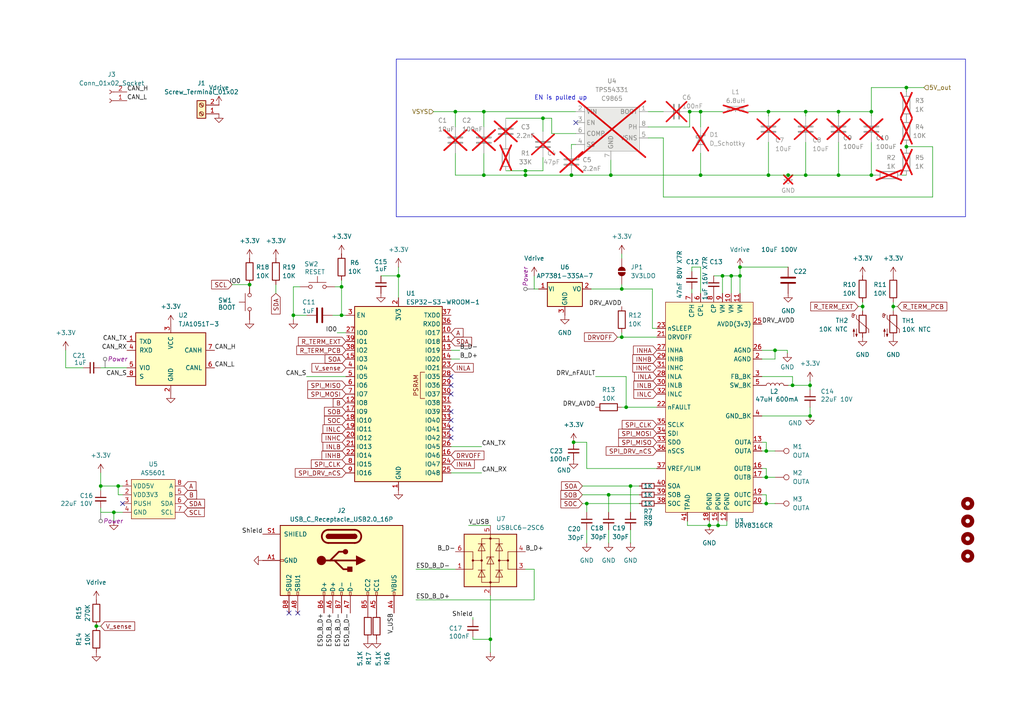
<source format=kicad_sch>
(kicad_sch
	(version 20231120)
	(generator "eeschema")
	(generator_version "8.0")
	(uuid "61527e19-2556-4103-af6a-a1f2e8aebbfc")
	(paper "A4")
	
	(junction
		(at 233.68 50.8)
		(diameter 0)
		(color 0 0 0 0)
		(uuid "06ada4cd-e3c0-44c6-98db-f6f38571558b")
	)
	(junction
		(at 252.73 32.385)
		(diameter 0)
		(color 0 0 0 0)
		(uuid "08f65ee9-2438-4719-a357-21de1e33e35a")
	)
	(junction
		(at 229.87 111.76)
		(diameter 0)
		(color 0 0 0 0)
		(uuid "11c89c4b-add6-4b1a-b314-fc5e72d98186")
	)
	(junction
		(at 205.74 152.4)
		(diameter 0)
		(color 0 0 0 0)
		(uuid "210bfe88-e527-4f43-b86c-323efddc8626")
	)
	(junction
		(at 140.335 32.385)
		(diameter 0)
		(color 0 0 0 0)
		(uuid "21e4baec-3c94-4d21-92c4-768696070a97")
	)
	(junction
		(at 228.6 50.8)
		(diameter 0)
		(color 0 0 0 0)
		(uuid "299b96e6-dd77-4ba8-ae80-d5a7f609b061")
	)
	(junction
		(at 252.73 50.8)
		(diameter 0)
		(color 0 0 0 0)
		(uuid "2b3a1d48-11a5-40f2-bcc1-a1b10f695a8d")
	)
	(junction
		(at 181.61 118.11)
		(diameter 0)
		(color 0 0 0 0)
		(uuid "2b63376f-bd3a-4d7d-9ea7-92726af250ab")
	)
	(junction
		(at 99.06 91.44)
		(diameter 0)
		(color 0 0 0 0)
		(uuid "3a6340b0-ebde-45cd-93f8-4148dc4e6590")
	)
	(junction
		(at 176.53 143.51)
		(diameter 0)
		(color 0 0 0 0)
		(uuid "49217684-89de-4f59-9bf7-7e529c6b39e0")
	)
	(junction
		(at 203.2 32.385)
		(diameter 0)
		(color 0 0 0 0)
		(uuid "49e63a26-7132-4e61-bc9e-5ceb40b4fdff")
	)
	(junction
		(at 72.39 82.55)
		(diameter 0)
		(color 0 0 0 0)
		(uuid "4a8d10f3-684e-4122-abd9-c4db5d62dad6")
	)
	(junction
		(at 234.95 120.65)
		(diameter 0)
		(color 0 0 0 0)
		(uuid "4f2afa2b-7f69-4cd7-b9f9-319954bb8caf")
	)
	(junction
		(at 208.28 152.4)
		(diameter 0)
		(color 0 0 0 0)
		(uuid "4ff3afe9-b287-4800-a319-249eaf43076d")
	)
	(junction
		(at 222.25 138.43)
		(diameter 0)
		(color 0 0 0 0)
		(uuid "51d1d614-46e8-470a-907d-c2618b5dae9a")
	)
	(junction
		(at 33.02 148.59)
		(diameter 0)
		(color 0 0 0 0)
		(uuid "6225f909-13a6-4243-870e-9548ad2d923e")
	)
	(junction
		(at 115.57 80.01)
		(diameter 0)
		(color 0 0 0 0)
		(uuid "671be447-7df0-4260-b6ff-ece6b464b211")
	)
	(junction
		(at 29.21 140.97)
		(diameter 0)
		(color 0 0 0 0)
		(uuid "6ef2d5a1-6f24-4476-bc48-d4cbcc9e537a")
	)
	(junction
		(at 262.89 25.4)
		(diameter 0)
		(color 0 0 0 0)
		(uuid "6f13e167-4401-411b-a71f-13b5d4b11512")
	)
	(junction
		(at 214.63 77.47)
		(diameter 0)
		(color 0 0 0 0)
		(uuid "707be985-ad45-4862-9f98-8869e8cd58e7")
	)
	(junction
		(at 170.18 146.05)
		(diameter 0)
		(color 0 0 0 0)
		(uuid "7209b29c-3880-4572-b19d-4fbc52875d09")
	)
	(junction
		(at 142.24 185.42)
		(diameter 0)
		(color 0 0 0 0)
		(uuid "7af42e46-65c5-4bd2-949b-62e558863a92")
	)
	(junction
		(at 222.885 32.385)
		(diameter 0)
		(color 0 0 0 0)
		(uuid "7c429df1-900b-437a-8f44-b50aa9340f03")
	)
	(junction
		(at 212.09 80.01)
		(diameter 0)
		(color 0 0 0 0)
		(uuid "80c1a016-c3dd-43e7-9091-96b0e474c6d5")
	)
	(junction
		(at 132.08 32.385)
		(diameter 0)
		(color 0 0 0 0)
		(uuid "82854e10-8645-42c0-a13a-6486d54edb45")
	)
	(junction
		(at 243.205 32.385)
		(diameter 0)
		(color 0 0 0 0)
		(uuid "835c8d86-0ef2-4d33-b807-5b3a6a22beb5")
	)
	(junction
		(at 250.19 88.9)
		(diameter 0)
		(color 0 0 0 0)
		(uuid "85c3527f-0613-4f22-b05f-784978630301")
	)
	(junction
		(at 99.06 83.185)
		(diameter 0)
		(color 0 0 0 0)
		(uuid "896e691e-af9a-4393-af52-0f7480011813")
	)
	(junction
		(at 209.55 80.01)
		(diameter 0)
		(color 0 0 0 0)
		(uuid "912cf164-80f5-449b-bdd5-ee4aec83d66c")
	)
	(junction
		(at 234.95 111.76)
		(diameter 0)
		(color 0 0 0 0)
		(uuid "99859322-bf45-4fb4-be80-810519fde7a2")
	)
	(junction
		(at 152.4 49.53)
		(diameter 0)
		(color 0 0 0 0)
		(uuid "9dde4edc-3382-4ffe-9534-8e5ca45881bb")
	)
	(junction
		(at 180.34 97.79)
		(diameter 0)
		(color 0 0 0 0)
		(uuid "9ef31c7f-f3bf-44a3-8f20-f29a7c4e6b3d")
	)
	(junction
		(at 27.94 181.61)
		(diameter 0)
		(color 0 0 0 0)
		(uuid "a6228a34-e5f9-4963-9f24-f99a62766710")
	)
	(junction
		(at 243.205 50.8)
		(diameter 0)
		(color 0 0 0 0)
		(uuid "b3834aaa-87d0-4882-8647-0a0af250e621")
	)
	(junction
		(at 140.335 50.8)
		(diameter 0)
		(color 0 0 0 0)
		(uuid "b6e286fe-37ef-46de-b8d8-c34bc2c0ccb0")
	)
	(junction
		(at 203.2 50.8)
		(diameter 0)
		(color 0 0 0 0)
		(uuid "bfece4e6-cb24-4ac2-b9ff-9d5ac7502412")
	)
	(junction
		(at 85.09 91.44)
		(diameter 0)
		(color 0 0 0 0)
		(uuid "c240a5e4-25a5-4952-9e64-f9ce81bddbe6")
	)
	(junction
		(at 222.25 130.81)
		(diameter 0)
		(color 0 0 0 0)
		(uuid "c5be6066-9836-434b-b064-c63556465bf2")
	)
	(junction
		(at 262.89 42.545)
		(diameter 0)
		(color 0 0 0 0)
		(uuid "c76deb44-eb6d-4c0e-936d-bbcd465e3b69")
	)
	(junction
		(at 222.25 146.05)
		(diameter 0)
		(color 0 0 0 0)
		(uuid "c777963f-2868-429f-95ed-0dbc0acd39f3")
	)
	(junction
		(at 182.88 140.97)
		(diameter 0)
		(color 0 0 0 0)
		(uuid "ca5c74d3-2337-4e01-b3fc-adedbb7f2c01")
	)
	(junction
		(at 34.29 140.97)
		(diameter 0)
		(color 0 0 0 0)
		(uuid "ca69c265-1155-4aa9-94b0-02ba90c56c30")
	)
	(junction
		(at 200.025 32.385)
		(diameter 0)
		(color 0 0 0 0)
		(uuid "ca8d312c-6211-47f5-be9f-130a2c67a9d4")
	)
	(junction
		(at 259.08 88.9)
		(diameter 0)
		(color 0 0 0 0)
		(uuid "cac58f90-c156-47a1-8f2b-332ce42d5e41")
	)
	(junction
		(at 214.63 80.01)
		(diameter 0)
		(color 0 0 0 0)
		(uuid "cd2db1e6-f810-4117-82b7-42f40a5bff55")
	)
	(junction
		(at 165.735 50.8)
		(diameter 0)
		(color 0 0 0 0)
		(uuid "d601fac0-0ae0-4ce3-8e43-ae86bbc810b7")
	)
	(junction
		(at 180.34 83.82)
		(diameter 0)
		(color 0 0 0 0)
		(uuid "dd9989a7-0538-4492-89b7-846dbcff935d")
	)
	(junction
		(at 222.885 50.8)
		(diameter 0)
		(color 0 0 0 0)
		(uuid "e665c1f7-8fb2-43b0-b0f8-29a7ed760be7")
	)
	(junction
		(at 157.48 34.29)
		(diameter 0)
		(color 0 0 0 0)
		(uuid "e7e7c7c1-91e0-41e6-9599-25d9e24897e6")
	)
	(junction
		(at 152.4 50.8)
		(diameter 0)
		(color 0 0 0 0)
		(uuid "e9d4def9-b26e-425e-aedb-816c08f74e39")
	)
	(junction
		(at 166.37 128.27)
		(diameter 0)
		(color 0 0 0 0)
		(uuid "ef29e816-8115-491a-afd1-38d863160de5")
	)
	(junction
		(at 177.165 50.8)
		(diameter 0)
		(color 0 0 0 0)
		(uuid "f4d1fb9a-1811-40aa-a8b4-b6ee7d2fc86b")
	)
	(junction
		(at 224.79 101.6)
		(diameter 0)
		(color 0 0 0 0)
		(uuid "fd102ec8-36ca-4086-9584-fb88b09abd59")
	)
	(junction
		(at 233.68 32.385)
		(diameter 0)
		(color 0 0 0 0)
		(uuid "ff8c0b9c-9fcd-4620-9ef8-0006092a1ea3")
	)
	(no_connect
		(at 130.81 109.22)
		(uuid "21b389bf-8544-4ab3-a6af-85dcec061312")
	)
	(no_connect
		(at 130.81 127)
		(uuid "251afa6e-a9d1-403b-aeff-f4b0a4576576")
	)
	(no_connect
		(at 167.005 35.56)
		(uuid "2da96ac8-d2e8-4957-9d53-9b6a5606748b")
	)
	(no_connect
		(at 130.81 121.92)
		(uuid "61f4fb37-3eb0-494a-9af1-0e95d0346d74")
	)
	(no_connect
		(at 130.81 111.76)
		(uuid "73d93d17-fc44-4448-b6fe-6e9ac6004424")
	)
	(no_connect
		(at 35.56 146.05)
		(uuid "76c6a7d5-5d02-4833-8953-f2662b4f852c")
	)
	(no_connect
		(at 83.82 177.8)
		(uuid "92bb5834-73c4-4919-8454-1c2723dce2fc")
	)
	(no_connect
		(at 130.81 114.3)
		(uuid "ada70651-de70-40f7-954e-5002d2db60ca")
	)
	(no_connect
		(at 86.36 177.8)
		(uuid "aed5293d-dfb3-4aed-8a82-23faff8d1c3e")
	)
	(no_connect
		(at 130.81 124.46)
		(uuid "e090aef1-90b4-4f62-9c33-2322617bbdfc")
	)
	(no_connect
		(at 130.81 119.38)
		(uuid "fdd7f21f-3aa0-48c1-bf4a-ccbd57068997")
	)
	(wire
		(pts
			(xy 139.7 137.16) (xy 130.81 137.16)
		)
		(stroke
			(width 0)
			(type default)
		)
		(uuid "011a5d79-3e4b-4425-8120-1a65eed59d42")
	)
	(wire
		(pts
			(xy 214.63 80.01) (xy 212.09 80.01)
		)
		(stroke
			(width 0)
			(type default)
		)
		(uuid "0213e337-d1cb-4742-89ae-799fb6054b16")
	)
	(wire
		(pts
			(xy 180.34 97.79) (xy 180.34 96.52)
		)
		(stroke
			(width 0)
			(type default)
		)
		(uuid "02d34472-9f13-487d-9baa-984dc61ddbab")
	)
	(wire
		(pts
			(xy 220.98 101.6) (xy 224.79 101.6)
		)
		(stroke
			(width 0)
			(type default)
		)
		(uuid "03febe57-9eb2-4bb6-bc88-7e530b43e0d3")
	)
	(wire
		(pts
			(xy 228.3596 101.6) (xy 228.3596 102.4051)
		)
		(stroke
			(width 0)
			(type default)
		)
		(uuid "042f3a69-841b-4cf2-ae53-9336f2c47cf5")
	)
	(wire
		(pts
			(xy 139.7 129.54) (xy 130.81 129.54)
		)
		(stroke
			(width 0)
			(type default)
		)
		(uuid "043b2b38-9be3-4631-9755-1969b406c865")
	)
	(wire
		(pts
			(xy 142.24 172.72) (xy 142.24 185.42)
		)
		(stroke
			(width 0)
			(type default)
		)
		(uuid "04723855-1c86-466e-976b-0ea818794629")
	)
	(wire
		(pts
			(xy 187.96 40.005) (xy 192.405 40.005)
		)
		(stroke
			(width 0)
			(type default)
		)
		(uuid "05c6e26e-2ee5-419b-ae44-a861b3017ea0")
	)
	(wire
		(pts
			(xy 160.02 34.29) (xy 157.48 34.29)
		)
		(stroke
			(width 0)
			(type default)
		)
		(uuid "06ef7ab5-432a-458c-87e9-60e2a3b0c5d8")
	)
	(wire
		(pts
			(xy 180.34 83.82) (xy 180.34 82.55)
		)
		(stroke
			(width 0)
			(type default)
		)
		(uuid "0709df1b-19b9-41b8-b427-0b92112eba01")
	)
	(wire
		(pts
			(xy 210.82 152.4) (xy 208.28 152.4)
		)
		(stroke
			(width 0)
			(type default)
		)
		(uuid "07f034a8-b56c-4b70-82a0-c09ef2890127")
	)
	(wire
		(pts
			(xy 154.94 80.01) (xy 154.94 83.82)
		)
		(stroke
			(width 0)
			(type default)
		)
		(uuid "096f26ba-58e6-41ab-920f-251bea799530")
	)
	(wire
		(pts
			(xy 146.685 34.29) (xy 157.48 34.29)
		)
		(stroke
			(width 0)
			(type default)
		)
		(uuid "0af0cd36-38e9-4f45-beab-520cab681fb6")
	)
	(wire
		(pts
			(xy 172.72 109.22) (xy 181.61 109.22)
		)
		(stroke
			(width 0)
			(type default)
		)
		(uuid "0c1c73b9-fcb8-4b8b-add4-ab6fee190973")
	)
	(wire
		(pts
			(xy 190.5 135.89) (xy 170.18 135.89)
		)
		(stroke
			(width 0)
			(type default)
		)
		(uuid "0c47760d-280e-4004-b218-3eaca8aabdc6")
	)
	(wire
		(pts
			(xy 222.25 138.43) (xy 220.98 138.43)
		)
		(stroke
			(width 0)
			(type default)
		)
		(uuid "0fcad306-3383-4464-88ea-a30d22b8add5")
	)
	(wire
		(pts
			(xy 157.48 49.53) (xy 157.48 45.72)
		)
		(stroke
			(width 0)
			(type default)
		)
		(uuid "108d2067-973a-4dd4-bf97-a0611a049942")
	)
	(wire
		(pts
			(xy 189.23 95.25) (xy 190.5 95.25)
		)
		(stroke
			(width 0)
			(type default)
		)
		(uuid "10f8e5f0-e9d5-4ec8-ba5c-c462a58f8c16")
	)
	(wire
		(pts
			(xy 220.98 104.14) (xy 224.79 104.14)
		)
		(stroke
			(width 0)
			(type default)
		)
		(uuid "12799484-9bf6-401f-950e-338d7c2da66c")
	)
	(wire
		(pts
			(xy 229.87 111.76) (xy 228.6 111.76)
		)
		(stroke
			(width 0)
			(type default)
		)
		(uuid "13c3179b-c34a-40db-a906-458d3635aa30")
	)
	(wire
		(pts
			(xy 154.94 173.99) (xy 154.94 165.1)
		)
		(stroke
			(width 0)
			(type default)
		)
		(uuid "156d26ff-5497-454b-b8a6-198d32f27973")
	)
	(wire
		(pts
			(xy 181.61 118.11) (xy 181.61 109.22)
		)
		(stroke
			(width 0)
			(type default)
		)
		(uuid "15845f10-1bf8-44a0-9320-68cda4fe560d")
	)
	(wire
		(pts
			(xy 214.63 85.09) (xy 214.63 80.01)
		)
		(stroke
			(width 0)
			(type default)
		)
		(uuid "158ebe6f-2c59-4b33-ba31-e5e2f4410a38")
	)
	(wire
		(pts
			(xy 233.68 50.8) (xy 233.68 41.275)
		)
		(stroke
			(width 0)
			(type default)
		)
		(uuid "15b8273b-e0d3-4215-b1dc-b38c46fec7f8")
	)
	(wire
		(pts
			(xy 209.55 80.01) (xy 209.55 85.09)
		)
		(stroke
			(width 0)
			(type default)
		)
		(uuid "18a21cb4-c21e-4f03-858a-9b302268927d")
	)
	(wire
		(pts
			(xy 224.79 101.6) (xy 228.3596 101.6)
		)
		(stroke
			(width 0)
			(type default)
		)
		(uuid "1b92b956-5785-400d-9b64-7182d185bc0f")
	)
	(wire
		(pts
			(xy 214.63 77.47) (xy 214.63 80.01)
		)
		(stroke
			(width 0)
			(type default)
		)
		(uuid "1e7fb118-5b82-43c9-8841-0d5214a1a456")
	)
	(wire
		(pts
			(xy 19.05 101.6) (xy 19.05 106.68)
		)
		(stroke
			(width 0)
			(type default)
		)
		(uuid "1f346513-ad5a-4d78-9f71-502a90110519")
	)
	(wire
		(pts
			(xy 176.53 153.67) (xy 176.53 157.48)
		)
		(stroke
			(width 0)
			(type default)
		)
		(uuid "1f9513fa-14ec-42f9-8a76-37924dbf5412")
	)
	(wire
		(pts
			(xy 259.08 87.63) (xy 259.08 88.9)
		)
		(stroke
			(width 0)
			(type default)
		)
		(uuid "22b53faf-6deb-4e3e-9ebf-83349e801a7c")
	)
	(wire
		(pts
			(xy 222.25 128.27) (xy 222.25 130.81)
		)
		(stroke
			(width 0)
			(type default)
		)
		(uuid "23d71aa5-2afc-4f24-a042-0039d2a1f40e")
	)
	(wire
		(pts
			(xy 133.35 104.14) (xy 130.81 104.14)
		)
		(stroke
			(width 0)
			(type default)
		)
		(uuid "2431546a-3d1d-4144-847a-51929e5b33a4")
	)
	(wire
		(pts
			(xy 85.09 83.185) (xy 85.09 91.44)
		)
		(stroke
			(width 0)
			(type default)
		)
		(uuid "25552927-ff46-4e4c-a97a-5ecab71cd9eb")
	)
	(wire
		(pts
			(xy 34.29 140.97) (xy 34.29 143.51)
		)
		(stroke
			(width 0)
			(type default)
		)
		(uuid "2600df9b-a75b-482c-b875-a99527189097")
	)
	(wire
		(pts
			(xy 170.18 148.59) (xy 170.18 146.05)
		)
		(stroke
			(width 0)
			(type default)
		)
		(uuid "27cb8a20-2f3b-445e-b94a-1589d621824d")
	)
	(wire
		(pts
			(xy 200.66 78.74) (xy 200.66 77.47)
		)
		(stroke
			(width 0)
			(type default)
		)
		(uuid "2a6451f0-29c5-4b4a-ac0a-71ddbeedd750")
	)
	(wire
		(pts
			(xy 222.25 135.89) (xy 222.25 138.43)
		)
		(stroke
			(width 0)
			(type default)
		)
		(uuid "2dced058-0aae-40ab-b06b-050129c36a2a")
	)
	(wire
		(pts
			(xy 208.28 151.13) (xy 208.28 152.4)
		)
		(stroke
			(width 0)
			(type default)
		)
		(uuid "2f6f9641-1189-470d-8e36-fc28b0935c3e")
	)
	(wire
		(pts
			(xy 88.9 109.22) (xy 100.33 109.22)
		)
		(stroke
			(width 0)
			(type default)
		)
		(uuid "313ac65a-1bb8-43c3-980d-08a616c912a8")
	)
	(wire
		(pts
			(xy 115.57 80.01) (xy 115.57 86.36)
		)
		(stroke
			(width 0)
			(type default)
		)
		(uuid "31a822d6-14ce-4f29-b467-47e49e7c00b9")
	)
	(wire
		(pts
			(xy 176.53 143.51) (xy 185.42 143.51)
		)
		(stroke
			(width 0)
			(type default)
		)
		(uuid "351c4757-32aa-4966-9809-4f04a59fbf8d")
	)
	(wire
		(pts
			(xy 133.35 101.6) (xy 130.81 101.6)
		)
		(stroke
			(width 0)
			(type default)
		)
		(uuid "35b54aa2-84f8-4cca-83bd-30b267063e1e")
	)
	(wire
		(pts
			(xy 168.91 140.97) (xy 182.88 140.97)
		)
		(stroke
			(width 0)
			(type default)
		)
		(uuid "36b73ff1-a800-4cfb-9fec-73c67a89a66c")
	)
	(wire
		(pts
			(xy 137.16 185.42) (xy 142.24 185.42)
		)
		(stroke
			(width 0)
			(type default)
		)
		(uuid "39d8b325-f4df-4e6f-baf5-97cea61a3f01")
	)
	(wire
		(pts
			(xy 233.68 33.655) (xy 233.68 32.385)
		)
		(stroke
			(width 0)
			(type default)
		)
		(uuid "3a295618-421e-473d-91f4-0f7e7af2f141")
	)
	(wire
		(pts
			(xy 262.89 42.545) (xy 262.89 41.91)
		)
		(stroke
			(width 0)
			(type default)
		)
		(uuid "3b7e330f-39aa-4f89-99d8-0ec832a9763a")
	)
	(wire
		(pts
			(xy 146.685 49.53) (xy 152.4 49.53)
		)
		(stroke
			(width 0)
			(type default)
		)
		(uuid "3c458d38-ee04-41a9-89db-825e167310f3")
	)
	(wire
		(pts
			(xy 85.09 83.185) (xy 86.995 83.185)
		)
		(stroke
			(width 0)
			(type default)
		)
		(uuid "40be994a-77eb-42d6-ba72-d94b5d1d31f9")
	)
	(wire
		(pts
			(xy 261.62 50.8) (xy 262.89 50.8)
		)
		(stroke
			(width 0)
			(type default)
		)
		(uuid "4112b122-5b81-48d0-b985-f95f84179587")
	)
	(wire
		(pts
			(xy 97.155 83.185) (xy 99.06 83.185)
		)
		(stroke
			(width 0)
			(type default)
		)
		(uuid "4549d210-f376-4bc9-8dad-a8f64f085982")
	)
	(wire
		(pts
			(xy 157.48 38.1) (xy 157.48 34.29)
		)
		(stroke
			(width 0)
			(type default)
		)
		(uuid "4a137475-d469-4459-b540-51fb3ce5d3f4")
	)
	(wire
		(pts
			(xy 85.09 91.44) (xy 88.9 91.44)
		)
		(stroke
			(width 0)
			(type default)
		)
		(uuid "4b0d0e63-c074-4c4a-a31d-707f2966482f")
	)
	(wire
		(pts
			(xy 228.6 50.8) (xy 233.68 50.8)
		)
		(stroke
			(width 0)
			(type default)
		)
		(uuid "4b6c24ec-69ab-448e-90e4-04946753d8e4")
	)
	(wire
		(pts
			(xy 165.735 50.8) (xy 152.4 50.8)
		)
		(stroke
			(width 0)
			(type default)
		)
		(uuid "4bb229af-7e94-49f6-b233-998d3e419625")
	)
	(wire
		(pts
			(xy 233.68 50.8) (xy 243.205 50.8)
		)
		(stroke
			(width 0)
			(type default)
		)
		(uuid "4c8421ad-e312-4b88-b496-26fbc785f048")
	)
	(wire
		(pts
			(xy 262.89 25.4) (xy 267.97 25.4)
		)
		(stroke
			(width 0)
			(type default)
		)
		(uuid "50f5e02a-a183-47c9-ae8d-dcf218975062")
	)
	(wire
		(pts
			(xy 222.25 130.81) (xy 220.98 130.81)
		)
		(stroke
			(width 0)
			(type default)
		)
		(uuid "526f7053-84d8-455b-bdda-40e7ab855b60")
	)
	(wire
		(pts
			(xy 252.73 25.4) (xy 252.73 32.385)
		)
		(stroke
			(width 0)
			(type default)
		)
		(uuid "52c88b50-6a69-4b5a-88c4-af459b6da879")
	)
	(wire
		(pts
			(xy 207.01 80.01) (xy 209.55 80.01)
		)
		(stroke
			(width 0)
			(type default)
		)
		(uuid "56bd4864-5c08-4e5e-84f3-4f3a03490971")
	)
	(wire
		(pts
			(xy 243.205 50.8) (xy 252.73 50.8)
		)
		(stroke
			(width 0)
			(type default)
		)
		(uuid "58d18c55-ecd4-4074-a8ba-5cf23e3b8f50")
	)
	(wire
		(pts
			(xy 29.21 140.97) (xy 34.29 140.97)
		)
		(stroke
			(width 0)
			(type default)
		)
		(uuid "59efcf45-4e0a-448d-8ca9-e6bb1c6f3146")
	)
	(wire
		(pts
			(xy 222.25 130.81) (xy 224.79 130.81)
		)
		(stroke
			(width 0)
			(type default)
		)
		(uuid "5b3107cd-1c9b-48b5-8adc-dce2f5baeb9b")
	)
	(wire
		(pts
			(xy 222.25 146.05) (xy 220.98 146.05)
		)
		(stroke
			(width 0)
			(type default)
		)
		(uuid "5c03d261-649a-4643-9efc-e04962d21478")
	)
	(wire
		(pts
			(xy 243.205 32.385) (xy 243.205 33.655)
		)
		(stroke
			(width 0)
			(type default)
		)
		(uuid "5eeebb44-a2e2-40fc-9157-219666f5bfdb")
	)
	(wire
		(pts
			(xy 187.96 32.385) (xy 192.405 32.385)
		)
		(stroke
			(width 0)
			(type default)
		)
		(uuid "6176c44c-dff5-46b7-b60a-033cb53f7ef5")
	)
	(wire
		(pts
			(xy 252.73 50.8) (xy 254 50.8)
		)
		(stroke
			(width 0)
			(type default)
		)
		(uuid "61cc7362-4378-434a-90b6-aae67733f844")
	)
	(wire
		(pts
			(xy 140.335 50.8) (xy 140.335 44.45)
		)
		(stroke
			(width 0)
			(type default)
		)
		(uuid "625a3482-2469-4023-8bc5-f18563f6fa0c")
	)
	(wire
		(pts
			(xy 212.09 85.09) (xy 212.09 80.01)
		)
		(stroke
			(width 0)
			(type default)
		)
		(uuid "62c0747b-57d0-4a41-b1d0-69c4e135724f")
	)
	(wire
		(pts
			(xy 262.89 42.545) (xy 270.51 42.545)
		)
		(stroke
			(width 0)
			(type default)
		)
		(uuid "62ed2d09-dd29-4686-b6c9-a1e939b0e537")
	)
	(wire
		(pts
			(xy 24.13 106.68) (xy 19.05 106.68)
		)
		(stroke
			(width 0)
			(type default)
		)
		(uuid "62fe93e0-5580-4fbb-8fa8-700f6aafafcc")
	)
	(wire
		(pts
			(xy 171.45 83.82) (xy 180.34 83.82)
		)
		(stroke
			(width 0)
			(type default)
		)
		(uuid "6350706a-71cb-4ae1-8814-481f6335c40d")
	)
	(wire
		(pts
			(xy 97.79 96.52) (xy 100.33 96.52)
		)
		(stroke
			(width 0)
			(type default)
		)
		(uuid "65c02a86-6f7c-40ed-9821-0298c5fbe729")
	)
	(wire
		(pts
			(xy 110.49 80.01) (xy 115.57 80.01)
		)
		(stroke
			(width 0)
			(type default)
		)
		(uuid "66085653-3f93-4f80-af60-b3ecdbbb4c28")
	)
	(wire
		(pts
			(xy 222.25 135.89) (xy 220.98 135.89)
		)
		(stroke
			(width 0)
			(type default)
		)
		(uuid "660c7d06-1600-4178-b8c8-b3d1ba71904f")
	)
	(wire
		(pts
			(xy 167.005 32.385) (xy 140.335 32.385)
		)
		(stroke
			(width 0)
			(type default)
		)
		(uuid "6783e5eb-f725-4c88-801b-7c2a407a795a")
	)
	(wire
		(pts
			(xy 34.29 140.97) (xy 35.56 140.97)
		)
		(stroke
			(width 0)
			(type default)
		)
		(uuid "6796b74f-ec96-473a-8828-afa9ccd00873")
	)
	(wire
		(pts
			(xy 192.405 57.15) (xy 270.51 57.15)
		)
		(stroke
			(width 0)
			(type default)
		)
		(uuid "68ad7e5e-b6e8-4cf1-9bd6-0dd3f66f2c11")
	)
	(wire
		(pts
			(xy 182.88 153.67) (xy 182.88 157.48)
		)
		(stroke
			(width 0)
			(type default)
		)
		(uuid "697653f2-d49f-4ea9-8f47-6bb9921b1170")
	)
	(wire
		(pts
			(xy 165.735 41.91) (xy 165.735 43.18)
		)
		(stroke
			(width 0)
			(type default)
		)
		(uuid "6a624c23-7441-4263-996d-36a39ce8b667")
	)
	(wire
		(pts
			(xy 170.18 153.67) (xy 170.18 157.48)
		)
		(stroke
			(width 0)
			(type default)
		)
		(uuid "6c1d5303-36e1-4489-b3f6-e9aedf495677")
	)
	(wire
		(pts
			(xy 270.51 57.15) (xy 270.51 42.545)
		)
		(stroke
			(width 0)
			(type default)
		)
		(uuid "6d1b46ee-5b4d-4720-bca9-f9de6140d6c6")
	)
	(wire
		(pts
			(xy 142.24 185.42) (xy 142.24 189.23)
		)
		(stroke
			(width 0)
			(type default)
		)
		(uuid "6d38d5ce-003f-4bb4-8cf0-5a96be97f6b5")
	)
	(wire
		(pts
			(xy 252.73 32.385) (xy 252.73 33.655)
		)
		(stroke
			(width 0)
			(type default)
		)
		(uuid "6ec350c6-e4ca-49d3-9356-38e28cfee613")
	)
	(wire
		(pts
			(xy 250.19 88.9) (xy 250.19 90.17)
		)
		(stroke
			(width 0)
			(type default)
		)
		(uuid "70f96ed4-049b-4c1b-9632-f67e25667ea0")
	)
	(wire
		(pts
			(xy 203.2 50.8) (xy 203.2 44.45)
		)
		(stroke
			(width 0)
			(type default)
		)
		(uuid "7123740c-25bf-4341-8433-6155779292b3")
	)
	(wire
		(pts
			(xy 262.89 25.4) (xy 262.89 26.67)
		)
		(stroke
			(width 0)
			(type default)
		)
		(uuid "727335b2-aa68-42f0-9380-4a3a2f9a5fba")
	)
	(wire
		(pts
			(xy 177.165 50.8) (xy 165.735 50.8)
		)
		(stroke
			(width 0)
			(type default)
		)
		(uuid "731e5234-e919-4793-8fce-bb5efa2d3926")
	)
	(wire
		(pts
			(xy 29.21 148.59) (xy 33.02 148.59)
		)
		(stroke
			(width 0)
			(type default)
		)
		(uuid "7334f371-1d18-4ddd-9a84-501651edaa38")
	)
	(wire
		(pts
			(xy 222.25 138.43) (xy 224.79 138.43)
		)
		(stroke
			(width 0)
			(type default)
		)
		(uuid "7437cdb7-ce3c-4196-9c9d-692eceb3939e")
	)
	(wire
		(pts
			(xy 205.74 152.4) (xy 205.74 151.13)
		)
		(stroke
			(width 0)
			(type default)
		)
		(uuid "743cb04d-2d18-44a0-8891-128ef87e411f")
	)
	(wire
		(pts
			(xy 224.79 101.6) (xy 224.79 104.14)
		)
		(stroke
			(width 0)
			(type default)
		)
		(uuid "7455cf52-c621-4921-9096-23c110528f3f")
	)
	(wire
		(pts
			(xy 85.09 91.44) (xy 85.09 92.71)
		)
		(stroke
			(width 0)
			(type default)
		)
		(uuid "79e013f3-9947-4243-b10f-bdd496e8c793")
	)
	(wire
		(pts
			(xy 222.885 32.385) (xy 222.885 33.655)
		)
		(stroke
			(width 0)
			(type default)
		)
		(uuid "7a53a604-37ec-4079-a9be-5674e49e9fed")
	)
	(wire
		(pts
			(xy 152.4 49.53) (xy 152.4 50.8)
		)
		(stroke
			(width 0)
			(type default)
		)
		(uuid "7ae15b22-cc8f-44ff-af8e-d59e6f9939d8")
	)
	(wire
		(pts
			(xy 234.95 111.76) (xy 234.95 113.03)
		)
		(stroke
			(width 0)
			(type default)
		)
		(uuid "7bf29135-f409-4aac-bb99-6aa96efb90eb")
	)
	(wire
		(pts
			(xy 203.2 50.8) (xy 222.885 50.8)
		)
		(stroke
			(width 0)
			(type default)
		)
		(uuid "7d9a63ae-6612-4077-8de3-c4ec4d1752aa")
	)
	(wire
		(pts
			(xy 210.82 151.13) (xy 210.82 152.4)
		)
		(stroke
			(width 0)
			(type default)
		)
		(uuid "7da66ed8-013c-485d-9056-81ee077187fa")
	)
	(wire
		(pts
			(xy 229.87 109.22) (xy 229.87 111.76)
		)
		(stroke
			(width 0)
			(type default)
		)
		(uuid "7db2b009-ae00-45f3-b4ed-645bae836a6f")
	)
	(wire
		(pts
			(xy 262.89 43.18) (xy 262.89 42.545)
		)
		(stroke
			(width 0)
			(type default)
		)
		(uuid "7fcf8e51-7146-4d24-935b-afd8df31318a")
	)
	(wire
		(pts
			(xy 29.21 147.32) (xy 29.21 148.59)
		)
		(stroke
			(width 0)
			(type default)
		)
		(uuid "80389d22-1818-4795-9bfc-98636b07429a")
	)
	(wire
		(pts
			(xy 205.74 152.4) (xy 208.28 152.4)
		)
		(stroke
			(width 0)
			(type default)
		)
		(uuid "81e36d65-db3f-45a8-b542-2d99d3e9eb1a")
	)
	(wire
		(pts
			(xy 180.34 74.93) (xy 180.34 73.66)
		)
		(stroke
			(width 0)
			(type default)
		)
		(uuid "8439a560-faef-4f0b-8a5f-6979eacb00d9")
	)
	(wire
		(pts
			(xy 176.53 143.51) (xy 168.91 143.51)
		)
		(stroke
			(width 0)
			(type default)
		)
		(uuid "8461af3d-c4fc-47e1-89e7-1ae48bf303c1")
	)
	(wire
		(pts
			(xy 252.73 25.4) (xy 262.89 25.4)
		)
		(stroke
			(width 0)
			(type default)
		)
		(uuid "847ca234-9321-4641-84a6-8c92a1eb9ca2")
	)
	(wire
		(pts
			(xy 200.025 32.385) (xy 203.2 32.385)
		)
		(stroke
			(width 0)
			(type default)
		)
		(uuid "87233681-d993-47c7-8870-81e4131ec22b")
	)
	(wire
		(pts
			(xy 182.88 140.97) (xy 185.42 140.97)
		)
		(stroke
			(width 0)
			(type default)
		)
		(uuid "88a2fde3-d055-4972-8dad-16f539b8ac2d")
	)
	(wire
		(pts
			(xy 199.39 151.13) (xy 199.39 152.4)
		)
		(stroke
			(width 0)
			(type default)
		)
		(uuid "89d3edca-99c0-4a23-8f77-99d889790568")
	)
	(wire
		(pts
			(xy 29.21 181.61) (xy 27.94 181.61)
		)
		(stroke
			(width 0)
			(type default)
		)
		(uuid "8a6a9fd7-0837-49b3-9c4c-22d92bcceb45")
	)
	(wire
		(pts
			(xy 234.95 118.11) (xy 234.95 120.65)
		)
		(stroke
			(width 0)
			(type default)
		)
		(uuid "8c863906-b751-41ec-92dc-086a27c91358")
	)
	(wire
		(pts
			(xy 200.025 36.83) (xy 200.025 32.385)
		)
		(stroke
			(width 0)
			(type default)
		)
		(uuid "8cbceb3b-8d09-45c9-b059-15d7b057c006")
	)
	(wire
		(pts
			(xy 120.65 165.1) (xy 132.08 165.1)
		)
		(stroke
			(width 0)
			(type default)
		)
		(uuid "8f09fd79-f802-41a4-bedd-0c7f8d6326dd")
	)
	(wire
		(pts
			(xy 132.08 32.385) (xy 132.08 36.83)
		)
		(stroke
			(width 0)
			(type default)
		)
		(uuid "9136ba41-ddd0-4a77-aa50-3cae389354ed")
	)
	(wire
		(pts
			(xy 170.18 146.05) (xy 168.91 146.05)
		)
		(stroke
			(width 0)
			(type default)
		)
		(uuid "931f8c26-efd9-400a-969a-77993d5d5f05")
	)
	(wire
		(pts
			(xy 200.66 77.47) (xy 203.2 77.47)
		)
		(stroke
			(width 0)
			(type default)
		)
		(uuid "932c36ea-eb8c-4cfd-b262-9398268aaaba")
	)
	(wire
		(pts
			(xy 200.66 83.82) (xy 200.66 85.09)
		)
		(stroke
			(width 0)
			(type default)
		)
		(uuid "93deb697-bb48-474e-804d-ef67ff083e4d")
	)
	(wire
		(pts
			(xy 152.4 49.53) (xy 157.48 49.53)
		)
		(stroke
			(width 0)
			(type default)
		)
		(uuid "95d1a9c8-ae44-498b-9b68-a23f42d97db1")
	)
	(wire
		(pts
			(xy 170.18 146.05) (xy 185.42 146.05)
		)
		(stroke
			(width 0)
			(type default)
		)
		(uuid "9c64fea3-8006-4636-9fd5-090d68539023")
	)
	(wire
		(pts
			(xy 120.65 173.99) (xy 154.94 173.99)
		)
		(stroke
			(width 0)
			(type default)
		)
		(uuid "9cd9c4a7-7930-4fc9-bde3-b6c6af12a9b8")
	)
	(wire
		(pts
			(xy 99.06 81.28) (xy 99.06 83.185)
		)
		(stroke
			(width 0)
			(type default)
		)
		(uuid "a4a08e94-56e1-4eb3-ab7b-2da7b729bc4f")
	)
	(wire
		(pts
			(xy 167.005 38.735) (xy 160.02 38.735)
		)
		(stroke
			(width 0)
			(type default)
		)
		(uuid "a88a305a-23cd-4d7d-8977-2d853b102d7a")
	)
	(wire
		(pts
			(xy 182.88 140.97) (xy 182.88 148.59)
		)
		(stroke
			(width 0)
			(type default)
		)
		(uuid "aaba252d-70aa-4ee4-8d61-6607673b344d")
	)
	(wire
		(pts
			(xy 154.94 165.1) (xy 152.4 165.1)
		)
		(stroke
			(width 0)
			(type default)
		)
		(uuid "aea742dd-ca95-4e13-8033-ee1da586a771")
	)
	(wire
		(pts
			(xy 199.39 152.4) (xy 205.74 152.4)
		)
		(stroke
			(width 0)
			(type default)
		)
		(uuid "b0a3c573-164d-4b4e-a5d8-06f8e8b4ce74")
	)
	(wire
		(pts
			(xy 160.02 38.735) (xy 160.02 34.29)
		)
		(stroke
			(width 0)
			(type default)
		)
		(uuid "b0b4cef2-892a-48d9-94a9-8c70779b0b2d")
	)
	(wire
		(pts
			(xy 220.98 120.65) (xy 234.95 120.65)
		)
		(stroke
			(width 0)
			(type default)
		)
		(uuid "b1a36aa4-5d31-4298-9d7e-029db889c4f8")
	)
	(wire
		(pts
			(xy 176.53 148.59) (xy 176.53 143.51)
		)
		(stroke
			(width 0)
			(type default)
		)
		(uuid "b200e47e-6885-4002-b037-d9fa3010bd7d")
	)
	(wire
		(pts
			(xy 115.57 77.47) (xy 115.57 80.01)
		)
		(stroke
			(width 0)
			(type default)
		)
		(uuid "b30173bf-58c5-444f-8109-639213e6f125")
	)
	(wire
		(pts
			(xy 248.92 88.9) (xy 250.19 88.9)
		)
		(stroke
			(width 0)
			(type default)
		)
		(uuid "b376fd8c-5f45-4970-b544-bff1a248fbe0")
	)
	(wire
		(pts
			(xy 177.165 50.8) (xy 203.2 50.8)
		)
		(stroke
			(width 0)
			(type default)
		)
		(uuid "b3effee7-9fd8-4ce3-843c-e8aa2bea80b1")
	)
	(wire
		(pts
			(xy 222.885 50.8) (xy 228.6 50.8)
		)
		(stroke
			(width 0)
			(type default)
		)
		(uuid "b648f32c-015c-4b5d-8d3c-141a4c555558")
	)
	(wire
		(pts
			(xy 170.18 135.89) (xy 170.18 128.27)
		)
		(stroke
			(width 0)
			(type default)
		)
		(uuid "b6ab7d7e-14db-42a2-939c-b8c247a87a12")
	)
	(wire
		(pts
			(xy 34.29 143.51) (xy 35.56 143.51)
		)
		(stroke
			(width 0)
			(type default)
		)
		(uuid "b8d3199b-a1c3-48b9-926a-478e10422024")
	)
	(wire
		(pts
			(xy 222.885 32.385) (xy 233.68 32.385)
		)
		(stroke
			(width 0)
			(type default)
		)
		(uuid "b9e8479b-b007-4d8f-91fc-da834d30f32c")
	)
	(wire
		(pts
			(xy 259.08 88.9) (xy 259.08 90.17)
		)
		(stroke
			(width 0)
			(type default)
		)
		(uuid "bc5d90eb-ff10-4fdc-ab98-b88ce155668a")
	)
	(wire
		(pts
			(xy 181.61 118.11) (xy 190.5 118.11)
		)
		(stroke
			(width 0)
			(type default)
		)
		(uuid "bc919052-6220-407b-9e3a-76488e9ea848")
	)
	(wire
		(pts
			(xy 222.25 128.27) (xy 220.98 128.27)
		)
		(stroke
			(width 0)
			(type default)
		)
		(uuid "bc9525af-47b9-4cde-bc32-f557197de511")
	)
	(wire
		(pts
			(xy 180.34 83.82) (xy 189.23 83.82)
		)
		(stroke
			(width 0)
			(type default)
		)
		(uuid "bfe33ac2-c0a6-42ec-8f54-2d0e2c4d29cb")
	)
	(wire
		(pts
			(xy 250.19 87.63) (xy 250.19 88.9)
		)
		(stroke
			(width 0)
			(type default)
		)
		(uuid "c10796c5-0e5c-43b7-8bde-ca8c041d2459")
	)
	(wire
		(pts
			(xy 214.63 77.47) (xy 228.6 77.47)
		)
		(stroke
			(width 0)
			(type default)
		)
		(uuid "ccd02966-8438-4be1-8e64-7f799bfcd99c")
	)
	(wire
		(pts
			(xy 187.96 36.83) (xy 200.025 36.83)
		)
		(stroke
			(width 0)
			(type default)
		)
		(uuid "cddcd9dd-51eb-4017-a803-86611abc33b3")
	)
	(wire
		(pts
			(xy 222.25 143.51) (xy 220.98 143.51)
		)
		(stroke
			(width 0)
			(type default)
		)
		(uuid "cf493608-054a-42ff-9955-533af9d736b6")
	)
	(wire
		(pts
			(xy 203.2 32.385) (xy 209.55 32.385)
		)
		(stroke
			(width 0)
			(type default)
		)
		(uuid "cfaab299-f7cc-4797-bbe1-a8a37877d6f5")
	)
	(wire
		(pts
			(xy 259.08 88.9) (xy 260.35 88.9)
		)
		(stroke
			(width 0)
			(type default)
		)
		(uuid "d05e4fb0-1ecd-4d5a-ad8d-2463df77d318")
	)
	(wire
		(pts
			(xy 222.885 41.275) (xy 222.885 50.8)
		)
		(stroke
			(width 0)
			(type default)
		)
		(uuid "d07ce07c-3661-405b-af5b-317b6a9e0b90")
	)
	(wire
		(pts
			(xy 203.2 77.47) (xy 203.2 85.09)
		)
		(stroke
			(width 0)
			(type default)
		)
		(uuid "d1db8061-d08a-417e-b093-d48cd6eb8350")
	)
	(wire
		(pts
			(xy 222.25 146.05) (xy 224.79 146.05)
		)
		(stroke
			(width 0)
			(type default)
		)
		(uuid "d320a876-f78d-4e2d-bac6-5410ba35dce5")
	)
	(wire
		(pts
			(xy 192.405 40.005) (xy 192.405 57.15)
		)
		(stroke
			(width 0)
			(type default)
		)
		(uuid "d36c8ed0-7a2c-43a4-be2b-dbd28afbfbf1")
	)
	(wire
		(pts
			(xy 99.06 91.44) (xy 100.33 91.44)
		)
		(stroke
			(width 0)
			(type default)
		)
		(uuid "d4c31d4f-75f5-4063-a2ae-636a0ab1e2b4")
	)
	(wire
		(pts
			(xy 234.95 110.49) (xy 234.95 111.76)
		)
		(stroke
			(width 0)
			(type default)
		)
		(uuid "d55221f9-240e-43ff-9714-34ce20430cd5")
	)
	(wire
		(pts
			(xy 229.87 111.76) (xy 234.95 111.76)
		)
		(stroke
			(width 0)
			(type default)
		)
		(uuid "d594849b-b984-4bb2-b418-d296b95debf5")
	)
	(wire
		(pts
			(xy 167.005 41.91) (xy 165.735 41.91)
		)
		(stroke
			(width 0)
			(type default)
		)
		(uuid "d66b0585-3be1-44b1-887a-aa1e392bfcda")
	)
	(wire
		(pts
			(xy 217.17 32.385) (xy 222.885 32.385)
		)
		(stroke
			(width 0)
			(type default)
		)
		(uuid "d6b525b0-343b-47a6-808e-5beec7ad7306")
	)
	(wire
		(pts
			(xy 132.08 44.45) (xy 132.08 50.8)
		)
		(stroke
			(width 0)
			(type default)
		)
		(uuid "d7206a07-4b3b-405b-bd0b-8f813297a4bb")
	)
	(wire
		(pts
			(xy 99.06 83.185) (xy 99.06 91.44)
		)
		(stroke
			(width 0)
			(type default)
		)
		(uuid "d8e9af29-1854-4355-ba5a-7b0aec50f11c")
	)
	(wire
		(pts
			(xy 132.08 32.385) (xy 140.335 32.385)
		)
		(stroke
			(width 0)
			(type default)
		)
		(uuid "db07d973-36f4-4c35-8bf3-84b69f3b120d")
	)
	(wire
		(pts
			(xy 137.16 184.785) (xy 137.16 185.42)
		)
		(stroke
			(width 0)
			(type default)
		)
		(uuid "dcfa6b09-0847-4b6b-b38a-302f957ae59d")
	)
	(wire
		(pts
			(xy 80.01 82.55) (xy 80.01 85.09)
		)
		(stroke
			(width 0)
			(type default)
		)
		(uuid "dd0efa2e-ecf0-4272-b631-cf16b12445b7")
	)
	(wire
		(pts
			(xy 179.07 97.79) (xy 180.34 97.79)
		)
		(stroke
			(width 0)
			(type default)
		)
		(uuid "df70e8e0-07f6-4813-95bf-5ebcaab0bb9d")
	)
	(wire
		(pts
			(xy 243.205 32.385) (xy 252.73 32.385)
		)
		(stroke
			(width 0)
			(type default)
		)
		(uuid "e1c744c9-3ce8-470a-ad63-c16108bd97b0")
	)
	(wire
		(pts
			(xy 152.4 50.8) (xy 140.335 50.8)
		)
		(stroke
			(width 0)
			(type default)
		)
		(uuid "e3bcbcd5-f16b-4f19-a639-25316297e83b")
	)
	(wire
		(pts
			(xy 203.2 36.83) (xy 203.2 32.385)
		)
		(stroke
			(width 0)
			(type default)
		)
		(uuid "e41ff53f-4e05-4e82-9f29-da5b2b5effee")
	)
	(wire
		(pts
			(xy 67.31 82.55) (xy 72.39 82.55)
		)
		(stroke
			(width 0)
			(type default)
		)
		(uuid "e496060b-76b7-48d7-b7eb-b6049be287b4")
	)
	(wire
		(pts
			(xy 33.02 151.13) (xy 33.02 148.59)
		)
		(stroke
			(width 0)
			(type default)
		)
		(uuid "e5aa04ca-bf64-43ae-8563-2a75d5ba08a4")
	)
	(wire
		(pts
			(xy 29.21 140.97) (xy 29.21 142.24)
		)
		(stroke
			(width 0)
			(type default)
		)
		(uuid "e631c3e5-77f6-413b-8ba7-bffd99f4ad67")
	)
	(wire
		(pts
			(xy 180.34 97.79) (xy 190.5 97.79)
		)
		(stroke
			(width 0)
			(type default)
		)
		(uuid "e6cddfef-54a2-4296-a244-b9c11a31517b")
	)
	(wire
		(pts
			(xy 137.16 179.07) (xy 137.16 179.705)
		)
		(stroke
			(width 0)
			(type default)
		)
		(uuid "e743737f-fedf-4aa1-9d31-0a9cb934e06e")
	)
	(wire
		(pts
			(xy 189.23 83.82) (xy 189.23 95.25)
		)
		(stroke
			(width 0)
			(type default)
		)
		(uuid "e828b821-6e98-4071-ac08-b2cc984e56cf")
	)
	(wire
		(pts
			(xy 29.21 137.16) (xy 29.21 140.97)
		)
		(stroke
			(width 0)
			(type default)
		)
		(uuid "e8908adc-5cc2-490f-a45e-9387bea52927")
	)
	(wire
		(pts
			(xy 33.02 148.59) (xy 35.56 148.59)
		)
		(stroke
			(width 0)
			(type default)
		)
		(uuid "e8cdc5da-34b4-44a9-b437-b37dc0fde6e9")
	)
	(wire
		(pts
			(xy 154.94 83.82) (xy 156.21 83.82)
		)
		(stroke
			(width 0)
			(type default)
		)
		(uuid "ea00dd3f-b83c-4f03-a90e-f52bce699aca")
	)
	(wire
		(pts
			(xy 233.68 32.385) (xy 243.205 32.385)
		)
		(stroke
			(width 0)
			(type default)
		)
		(uuid "ebf780dd-9b19-42af-9a35-fc6b9a43dd3b")
	)
	(wire
		(pts
			(xy 29.21 106.68) (xy 36.83 106.68)
		)
		(stroke
			(width 0)
			(type default)
		)
		(uuid "ed2fd9a0-c308-467f-b400-0da79035e5de")
	)
	(wire
		(pts
			(xy 125.73 32.385) (xy 132.08 32.385)
		)
		(stroke
			(width 0)
			(type default)
		)
		(uuid "ee2350a8-2241-41e1-924a-3af2b826fbf6")
	)
	(wire
		(pts
			(xy 220.98 109.22) (xy 229.87 109.22)
		)
		(stroke
			(width 0)
			(type default)
		)
		(uuid "f200d644-1a8b-4f80-b123-4cf08dffd1ad")
	)
	(wire
		(pts
			(xy 180.34 118.11) (xy 181.61 118.11)
		)
		(stroke
			(width 0)
			(type default)
		)
		(uuid "f3b6e15e-9525-46cc-948d-27746a7b8b46")
	)
	(wire
		(pts
			(xy 170.18 128.27) (xy 166.37 128.27)
		)
		(stroke
			(width 0)
			(type default)
		)
		(uuid "f4ad8485-6ff4-4cee-937b-19279546eb37")
	)
	(wire
		(pts
			(xy 135.89 152.4) (xy 142.24 152.4)
		)
		(stroke
			(width 0)
			(type default)
		)
		(uuid "f6356dc4-eb59-47c7-b5b5-43a7ef64d6fd")
	)
	(wire
		(pts
			(xy 222.25 143.51) (xy 222.25 146.05)
		)
		(stroke
			(width 0)
			(type default)
		)
		(uuid "f64afcd8-b7f7-4ad9-8aaa-b19aa6514ad9")
	)
	(wire
		(pts
			(xy 177.165 46.355) (xy 177.165 50.8)
		)
		(stroke
			(width 0)
			(type default)
		)
		(uuid "f7296f80-231e-41f4-97c3-2afc90799025")
	)
	(wire
		(pts
			(xy 96.52 91.44) (xy 99.06 91.44)
		)
		(stroke
			(width 0)
			(type default)
		)
		(uuid "f91331da-5ade-479b-9110-7fd391b25c3a")
	)
	(wire
		(pts
			(xy 243.205 50.8) (xy 243.205 41.275)
		)
		(stroke
			(width 0)
			(type default)
		)
		(uuid "fa2f6182-ea24-4e03-861a-6a36b8e64a88")
	)
	(wire
		(pts
			(xy 212.09 80.01) (xy 209.55 80.01)
		)
		(stroke
			(width 0)
			(type default)
		)
		(uuid "fa808a38-7e10-43df-a389-55b4a0326444")
	)
	(wire
		(pts
			(xy 132.08 50.8) (xy 140.335 50.8)
		)
		(stroke
			(width 0)
			(type default)
		)
		(uuid "fa8f77fb-9818-4d53-a32c-fb74069bfe9f")
	)
	(wire
		(pts
			(xy 140.335 32.385) (xy 140.335 36.83)
		)
		(stroke
			(width 0)
			(type default)
		)
		(uuid "fb192294-04fe-4c78-8e0d-4ef9c6c9c6fc")
	)
	(wire
		(pts
			(xy 252.73 50.8) (xy 252.73 41.275)
		)
		(stroke
			(width 0)
			(type default)
		)
		(uuid "fecc12f6-421f-4602-ba12-928460b59543")
	)
	(rectangle
		(start 114.935 17.145)
		(end 280.035 62.865)
		(stroke
			(width 0)
			(type default)
		)
		(fill
			(type none)
		)
		(uuid 32058ddb-324f-41f5-8075-7f712a15e139)
	)
	(text "EN is pulled up"
		(exclude_from_sim no)
		(at 154.94 29.21 0)
		(effects
			(font
				(size 1.27 1.27)
			)
			(justify left bottom)
		)
		(uuid "5af17825-c046-4202-b064-5e132ec1075e")
	)
	(label "DRV_AVDD"
		(at 172.72 118.11 180)
		(fields_autoplaced yes)
		(effects
			(font
				(size 1.27 1.27)
			)
			(justify right bottom)
		)
		(uuid "0484e862-90df-4b37-a4f3-544766ca538b")
	)
	(label "ESD_B_D+"
		(at 93.98 177.8 270)
		(fields_autoplaced yes)
		(effects
			(font
				(size 1.27 1.27)
			)
			(justify right bottom)
		)
		(uuid "0915cbbf-3876-4fa1-bee4-b9fb28f24c18")
	)
	(label "DRV_AVDD"
		(at 220.98 93.98 0)
		(fields_autoplaced yes)
		(effects
			(font
				(size 1.27 1.27)
			)
			(justify left bottom)
		)
		(uuid "09e48dee-6b51-4226-b4dd-2f019b29fc5f")
	)
	(label "CAN_TX"
		(at 139.7 129.54 0)
		(fields_autoplaced yes)
		(effects
			(font
				(size 1.27 1.27)
			)
			(justify left bottom)
		)
		(uuid "0c78c80b-9150-4790-ab2e-cb376eb72dfc")
	)
	(label "IO0"
		(at 69.85 82.55 180)
		(fields_autoplaced yes)
		(effects
			(font
				(size 1.27 1.27)
			)
			(justify right bottom)
		)
		(uuid "1a6d3465-213d-4e63-bdd5-a17b5aa0ba2d")
	)
	(label "B_D+"
		(at 133.35 104.14 0)
		(fields_autoplaced yes)
		(effects
			(font
				(size 1.27 1.27)
			)
			(justify left bottom)
		)
		(uuid "243be6cb-6552-45a4-a3b1-3c6c1db2bb87")
	)
	(label "CAN_H"
		(at 62.23 101.6 0)
		(fields_autoplaced yes)
		(effects
			(font
				(size 1.27 1.27)
			)
			(justify left bottom)
		)
		(uuid "33fa3b26-31c2-47c9-bcc5-4730d5badc51")
	)
	(label "B_D-"
		(at 132.08 160.02 180)
		(fields_autoplaced yes)
		(effects
			(font
				(size 1.27 1.27)
			)
			(justify right bottom)
		)
		(uuid "3485e308-d4da-45fd-af55-389f3f5df72e")
	)
	(label "B_D-"
		(at 133.35 101.6 0)
		(fields_autoplaced yes)
		(effects
			(font
				(size 1.27 1.27)
			)
			(justify left bottom)
		)
		(uuid "37d09b41-7176-45d2-9d46-f5298d436eb1")
	)
	(label "CAN_S"
		(at 88.9 109.22 180)
		(fields_autoplaced yes)
		(effects
			(font
				(size 1.27 1.27)
			)
			(justify right bottom)
		)
		(uuid "43df1439-dd50-4dee-87d6-40af9b643f54")
	)
	(label "ESD_B_D-"
		(at 101.6 177.8 270)
		(fields_autoplaced yes)
		(effects
			(font
				(size 1.27 1.27)
			)
			(justify right bottom)
		)
		(uuid "69bff4f1-1e56-47df-a909-d17db76edcbd")
	)
	(label "ESD_B_D+"
		(at 96.52 177.8 270)
		(fields_autoplaced yes)
		(effects
			(font
				(size 1.27 1.27)
			)
			(justify right bottom)
		)
		(uuid "70a4a001-6443-42c0-b30b-d0c5a827729c")
	)
	(label "V_USB"
		(at 114.3 177.8 270)
		(fields_autoplaced yes)
		(effects
			(font
				(size 1.27 1.27)
			)
			(justify right bottom)
		)
		(uuid "7effe878-c79d-401d-971c-c579d3f38cba")
	)
	(label "CAN_H"
		(at 36.83 26.67 0)
		(fields_autoplaced yes)
		(effects
			(font
				(size 1.27 1.27)
			)
			(justify left bottom)
		)
		(uuid "899a7faf-2e40-4d15-8080-08051b4d9423")
	)
	(label "V_USB"
		(at 135.89 152.4 0)
		(fields_autoplaced yes)
		(effects
			(font
				(size 1.27 1.27)
			)
			(justify left bottom)
		)
		(uuid "8af869aa-8108-4f28-afba-7f543b1bd46f")
	)
	(label "DRV_nFAULT"
		(at 172.72 109.22 180)
		(fields_autoplaced yes)
		(effects
			(font
				(size 1.27 1.27)
			)
			(justify right bottom)
		)
		(uuid "8b704ec0-d181-4a86-8927-04fc392d3cf3")
	)
	(label "CAN_TX"
		(at 36.83 99.06 180)
		(fields_autoplaced yes)
		(effects
			(font
				(size 1.27 1.27)
			)
			(justify right bottom)
		)
		(uuid "8bf39d07-6a88-4968-ac96-34e0fc144e2e")
	)
	(label "DRV_AVDD"
		(at 180.34 88.9 180)
		(fields_autoplaced yes)
		(effects
			(font
				(size 1.27 1.27)
			)
			(justify right bottom)
		)
		(uuid "9614df81-15c6-44de-86d3-34fd65e9efbf")
	)
	(label "Shield"
		(at 137.16 179.07 180)
		(fields_autoplaced yes)
		(effects
			(font
				(size 1.27 1.27)
			)
			(justify right bottom)
		)
		(uuid "9aeaa303-50fc-461a-ad34-59f19e034070")
	)
	(label "CAN_RX"
		(at 139.7 137.16 0)
		(fields_autoplaced yes)
		(effects
			(font
				(size 1.27 1.27)
			)
			(justify left bottom)
		)
		(uuid "9d40ad2b-c3f7-452c-b902-927d71cfc21a")
	)
	(label "CAN_S"
		(at 36.83 109.22 180)
		(fields_autoplaced yes)
		(effects
			(font
				(size 1.27 1.27)
			)
			(justify right bottom)
		)
		(uuid "ae81e5c5-90e3-4df0-a3a3-fe2e79d450b4")
	)
	(label "ESD_B_D-"
		(at 120.65 165.1 0)
		(fields_autoplaced yes)
		(effects
			(font
				(size 1.27 1.27)
			)
			(justify left bottom)
		)
		(uuid "ba34e6db-7606-4545-ba8f-0bc91429e8ed")
	)
	(label "CAN_L"
		(at 62.23 106.68 0)
		(fields_autoplaced yes)
		(effects
			(font
				(size 1.27 1.27)
			)
			(justify left bottom)
		)
		(uuid "d64a6475-f12e-4d94-9720-f1636a0e9dac")
	)
	(label "Shield"
		(at 76.2 154.94 180)
		(fields_autoplaced yes)
		(effects
			(font
				(size 1.27 1.27)
			)
			(justify right bottom)
		)
		(uuid "da31b691-14e4-4228-a5c6-02a66164b95f")
	)
	(label "ESD_B_D-"
		(at 99.06 177.8 270)
		(fields_autoplaced yes)
		(effects
			(font
				(size 1.27 1.27)
			)
			(justify right bottom)
		)
		(uuid "dbecab1c-f479-4c4e-b005-256d4566bc25")
	)
	(label "B_D+"
		(at 152.4 160.02 0)
		(fields_autoplaced yes)
		(effects
			(font
				(size 1.27 1.27)
			)
			(justify left bottom)
		)
		(uuid "dd69d601-1a15-4674-b2eb-22a602db0ea6")
	)
	(label "IO0"
		(at 97.79 96.52 180)
		(fields_autoplaced yes)
		(effects
			(font
				(size 1.27 1.27)
			)
			(justify right bottom)
		)
		(uuid "df4f4d99-aa9b-4a2d-aa4f-174d5d6187e2")
	)
	(label "ESD_B_D+"
		(at 120.65 173.99 0)
		(fields_autoplaced yes)
		(effects
			(font
				(size 1.27 1.27)
			)
			(justify left bottom)
		)
		(uuid "e2685db9-045e-43df-b8bb-27a669a484cb")
	)
	(label "CAN_RX"
		(at 36.83 101.6 180)
		(fields_autoplaced yes)
		(effects
			(font
				(size 1.27 1.27)
			)
			(justify right bottom)
		)
		(uuid "e52e01d7-30d1-4951-82ff-bdd43d6c5c75")
	)
	(label "CAN_L"
		(at 36.83 29.21 0)
		(fields_autoplaced yes)
		(effects
			(font
				(size 1.27 1.27)
			)
			(justify left bottom)
		)
		(uuid "fb7be5e8-e250-4602-9846-aacc92f6c8ab")
	)
	(global_label "A"
		(shape input)
		(at 130.81 96.52 0)
		(fields_autoplaced yes)
		(effects
			(font
				(size 1.27 1.27)
			)
			(justify left)
		)
		(uuid "13ddde2e-f98d-456f-b2d0-4dc6b598d40c")
		(property "Intersheetrefs" "${INTERSHEET_REFS}"
			(at 134.8838 96.52 0)
			(effects
				(font
					(size 1.27 1.27)
				)
				(justify left)
				(hide yes)
			)
		)
	)
	(global_label "SPI_CLK"
		(shape input)
		(at 190.5 123.19 180)
		(fields_autoplaced yes)
		(effects
			(font
				(size 1.27 1.27)
			)
			(justify right)
		)
		(uuid "1b7bde22-346a-42e3-91fb-0d92f68f4737")
		(property "Intersheetrefs" "${INTERSHEET_REFS}"
			(at 179.8948 123.19 0)
			(effects
				(font
					(size 1.27 1.27)
				)
				(justify right)
				(hide yes)
			)
		)
	)
	(global_label "SPI_MOSI"
		(shape input)
		(at 190.5 125.73 180)
		(fields_autoplaced yes)
		(effects
			(font
				(size 1.27 1.27)
			)
			(justify right)
		)
		(uuid "22511a73-00fb-4ee1-9e89-db2242d97cc6")
		(property "Intersheetrefs" "${INTERSHEET_REFS}"
			(at 178.8667 125.73 0)
			(effects
				(font
					(size 1.27 1.27)
				)
				(justify right)
				(hide yes)
			)
		)
	)
	(global_label "INHC"
		(shape input)
		(at 190.5 106.68 180)
		(fields_autoplaced yes)
		(effects
			(font
				(size 1.27 1.27)
			)
			(justify right)
		)
		(uuid "25f3aecd-17e1-4db7-bd19-a3924393795e")
		(property "Intersheetrefs" "${INTERSHEET_REFS}"
			(at 182.979 106.68 0)
			(effects
				(font
					(size 1.27 1.27)
				)
				(justify right)
				(hide yes)
			)
		)
	)
	(global_label "SCL"
		(shape input)
		(at 53.34 148.59 0)
		(fields_autoplaced yes)
		(effects
			(font
				(size 1.27 1.27)
			)
			(justify left)
		)
		(uuid "2ab611da-e6d3-446e-809d-b042a5f088a0")
		(property "Intersheetrefs" "${INTERSHEET_REFS}"
			(at 59.8328 148.59 0)
			(effects
				(font
					(size 1.27 1.27)
				)
				(justify left)
				(hide yes)
			)
		)
	)
	(global_label "INLA"
		(shape input)
		(at 130.81 106.68 0)
		(fields_autoplaced yes)
		(effects
			(font
				(size 1.27 1.27)
			)
			(justify left)
		)
		(uuid "3192c570-5170-4a69-a306-fe32c6361f5e")
		(property "Intersheetrefs" "${INTERSHEET_REFS}"
			(at 137.8472 106.68 0)
			(effects
				(font
					(size 1.27 1.27)
				)
				(justify left)
				(hide yes)
			)
		)
	)
	(global_label "R_TERM_EXT"
		(shape input)
		(at 100.33 99.06 180)
		(fields_autoplaced yes)
		(effects
			(font
				(size 1.27 1.27)
			)
			(justify right)
		)
		(uuid "323e193b-cbc3-4643-925d-25fb6edf5ba0")
		(property "Intersheetrefs" "${INTERSHEET_REFS}"
			(at 85.9755 99.06 0)
			(effects
				(font
					(size 1.27 1.27)
				)
				(justify right)
				(hide yes)
			)
		)
	)
	(global_label "SPI_MISO"
		(shape input)
		(at 190.5 128.27 180)
		(fields_autoplaced yes)
		(effects
			(font
				(size 1.27 1.27)
			)
			(justify right)
		)
		(uuid "33b60d35-c95b-44ad-8a28-707be189e2dd")
		(property "Intersheetrefs" "${INTERSHEET_REFS}"
			(at 178.8667 128.27 0)
			(effects
				(font
					(size 1.27 1.27)
				)
				(justify right)
				(hide yes)
			)
		)
	)
	(global_label "SOC"
		(shape input)
		(at 100.33 121.92 180)
		(fields_autoplaced yes)
		(effects
			(font
				(size 1.27 1.27)
			)
			(justify right)
		)
		(uuid "367cbbc6-034f-413d-b991-7e33e60bb667")
		(property "Intersheetrefs" "${INTERSHEET_REFS}"
			(at 93.5348 121.92 0)
			(effects
				(font
					(size 1.27 1.27)
				)
				(justify right)
				(hide yes)
			)
		)
	)
	(global_label "SOA"
		(shape input)
		(at 100.33 104.14 180)
		(fields_autoplaced yes)
		(effects
			(font
				(size 1.27 1.27)
			)
			(justify right)
		)
		(uuid "3ceaa5f6-b81d-40ec-8915-e8909d51e18a")
		(property "Intersheetrefs" "${INTERSHEET_REFS}"
			(at 93.7162 104.14 0)
			(effects
				(font
					(size 1.27 1.27)
				)
				(justify right)
				(hide yes)
			)
		)
	)
	(global_label "SOC"
		(shape input)
		(at 168.91 146.05 180)
		(fields_autoplaced yes)
		(effects
			(font
				(size 1.27 1.27)
			)
			(justify right)
		)
		(uuid "51d70802-7cbc-470a-b800-a3f9636ef707")
		(property "Intersheetrefs" "${INTERSHEET_REFS}"
			(at 162.1148 146.05 0)
			(effects
				(font
					(size 1.27 1.27)
				)
				(justify right)
				(hide yes)
			)
		)
	)
	(global_label "DRVOFF"
		(shape input)
		(at 179.07 97.79 180)
		(fields_autoplaced yes)
		(effects
			(font
				(size 1.27 1.27)
			)
			(justify right)
		)
		(uuid "5c36a558-40e5-483b-9095-e067a64a6073")
		(property "Intersheetrefs" "${INTERSHEET_REFS}"
			(at 168.9485 97.79 0)
			(effects
				(font
					(size 1.27 1.27)
				)
				(justify right)
				(hide yes)
			)
		)
	)
	(global_label "INLA"
		(shape input)
		(at 190.5 109.22 180)
		(fields_autoplaced yes)
		(effects
			(font
				(size 1.27 1.27)
			)
			(justify right)
		)
		(uuid "5cfef8fe-702a-4aff-bf2a-5c97eb67427a")
		(property "Intersheetrefs" "${INTERSHEET_REFS}"
			(at 183.4628 109.22 0)
			(effects
				(font
					(size 1.27 1.27)
				)
				(justify right)
				(hide yes)
			)
		)
	)
	(global_label "INHB"
		(shape input)
		(at 190.5 104.14 180)
		(fields_autoplaced yes)
		(effects
			(font
				(size 1.27 1.27)
			)
			(justify right)
		)
		(uuid "631e179a-a9b7-4676-8bda-65e5981ba136")
		(property "Intersheetrefs" "${INTERSHEET_REFS}"
			(at 182.979 104.14 0)
			(effects
				(font
					(size 1.27 1.27)
				)
				(justify right)
				(hide yes)
			)
		)
	)
	(global_label "SOA"
		(shape input)
		(at 168.91 140.97 180)
		(fields_autoplaced yes)
		(effects
			(font
				(size 1.27 1.27)
			)
			(justify right)
		)
		(uuid "6d7a385d-20e4-444c-895b-2baf30f68e81")
		(property "Intersheetrefs" "${INTERSHEET_REFS}"
			(at 162.2962 140.97 0)
			(effects
				(font
					(size 1.27 1.27)
				)
				(justify right)
				(hide yes)
			)
		)
	)
	(global_label "DRVOFF"
		(shape input)
		(at 130.81 132.08 0)
		(fields_autoplaced yes)
		(effects
			(font
				(size 1.27 1.27)
			)
			(justify left)
		)
		(uuid "7165e7c9-4850-44cb-87a6-72cc8584904e")
		(property "Intersheetrefs" "${INTERSHEET_REFS}"
			(at 140.9315 132.08 0)
			(effects
				(font
					(size 1.27 1.27)
				)
				(justify left)
				(hide yes)
			)
		)
	)
	(global_label "INLC"
		(shape input)
		(at 100.33 124.46 180)
		(fields_autoplaced yes)
		(effects
			(font
				(size 1.27 1.27)
			)
			(justify right)
		)
		(uuid "73ce9940-69a9-4d59-a4cd-54b4da4a7e8f")
		(property "Intersheetrefs" "${INTERSHEET_REFS}"
			(at 93.1114 124.46 0)
			(effects
				(font
					(size 1.27 1.27)
				)
				(justify right)
				(hide yes)
			)
		)
	)
	(global_label "SPI_DRV_nCS"
		(shape input)
		(at 190.5 130.81 180)
		(fields_autoplaced yes)
		(effects
			(font
				(size 1.27 1.27)
			)
			(justify right)
		)
		(uuid "7b92b6b7-bb67-44f9-9eb3-dd5ed6107b3f")
		(property "Intersheetrefs" "${INTERSHEET_REFS}"
			(at 175.2382 130.81 0)
			(effects
				(font
					(size 1.27 1.27)
				)
				(justify right)
				(hide yes)
			)
		)
	)
	(global_label "A"
		(shape input)
		(at 53.34 140.97 0)
		(fields_autoplaced yes)
		(effects
			(font
				(size 1.27 1.27)
			)
			(justify left)
		)
		(uuid "7c24d94b-9dfb-47e6-b1f7-5692705b7c1b")
		(property "Intersheetrefs" "${INTERSHEET_REFS}"
			(at 57.4138 140.97 0)
			(effects
				(font
					(size 1.27 1.27)
				)
				(justify left)
				(hide yes)
			)
		)
	)
	(global_label "INLB"
		(shape input)
		(at 190.5 111.76 180)
		(fields_autoplaced yes)
		(effects
			(font
				(size 1.27 1.27)
			)
			(justify right)
		)
		(uuid "8455d159-8b16-4b18-8a8c-2f4b78e200dd")
		(property "Intersheetrefs" "${INTERSHEET_REFS}"
			(at 183.2814 111.76 0)
			(effects
				(font
					(size 1.27 1.27)
				)
				(justify right)
				(hide yes)
			)
		)
	)
	(global_label "SOB"
		(shape input)
		(at 100.33 119.38 180)
		(fields_autoplaced yes)
		(effects
			(font
				(size 1.27 1.27)
			)
			(justify right)
		)
		(uuid "8781793b-02fe-4a58-b7b8-b00c68a86b7a")
		(property "Intersheetrefs" "${INTERSHEET_REFS}"
			(at 93.5348 119.38 0)
			(effects
				(font
					(size 1.27 1.27)
				)
				(justify right)
				(hide yes)
			)
		)
	)
	(global_label "INLB"
		(shape input)
		(at 100.33 129.54 180)
		(fields_autoplaced yes)
		(effects
			(font
				(size 1.27 1.27)
			)
			(justify right)
		)
		(uuid "89067976-d667-403f-a0e4-c7b992ea9ae2")
		(property "Intersheetrefs" "${INTERSHEET_REFS}"
			(at 93.1114 129.54 0)
			(effects
				(font
					(size 1.27 1.27)
				)
				(justify right)
				(hide yes)
			)
		)
	)
	(global_label "SDA"
		(shape input)
		(at 80.01 85.09 270)
		(fields_autoplaced yes)
		(effects
			(font
				(size 1.27 1.27)
			)
			(justify right)
		)
		(uuid "8a3b7112-f3e2-4aa1-97e8-395243a43406")
		(property "Intersheetrefs" "${INTERSHEET_REFS}"
			(at 80.01 91.6433 90)
			(effects
				(font
					(size 1.27 1.27)
				)
				(justify right)
				(hide yes)
			)
		)
	)
	(global_label "V_sense"
		(shape input)
		(at 29.21 181.61 0)
		(fields_autoplaced yes)
		(effects
			(font
				(size 1.27 1.27)
			)
			(justify left)
		)
		(uuid "91d6452f-c1c4-431e-8d30-3b0f44b2fb6f")
		(property "Intersheetrefs" "${INTERSHEET_REFS}"
			(at 39.6338 181.61 0)
			(effects
				(font
					(size 1.27 1.27)
				)
				(justify left)
				(hide yes)
			)
		)
	)
	(global_label "INLC"
		(shape input)
		(at 190.5 114.3 180)
		(fields_autoplaced yes)
		(effects
			(font
				(size 1.27 1.27)
			)
			(justify right)
		)
		(uuid "962b1b36-d096-485d-81da-914a2083d0c4")
		(property "Intersheetrefs" "${INTERSHEET_REFS}"
			(at 183.2814 114.3 0)
			(effects
				(font
					(size 1.27 1.27)
				)
				(justify right)
				(hide yes)
			)
		)
	)
	(global_label "R_TERM_EXT"
		(shape input)
		(at 248.92 88.9 180)
		(fields_autoplaced yes)
		(effects
			(font
				(size 1.27 1.27)
			)
			(justify right)
		)
		(uuid "97898ecf-5baf-4f6a-bd8d-0d3d4fcd2fd3")
		(property "Intersheetrefs" "${INTERSHEET_REFS}"
			(at 234.5655 88.9 0)
			(effects
				(font
					(size 1.27 1.27)
				)
				(justify right)
				(hide yes)
			)
		)
	)
	(global_label "B"
		(shape input)
		(at 100.33 116.84 180)
		(fields_autoplaced yes)
		(effects
			(font
				(size 1.27 1.27)
			)
			(justify right)
		)
		(uuid "a0227f78-6afc-4253-9462-3f4cad8be0ab")
		(property "Intersheetrefs" "${INTERSHEET_REFS}"
			(at 96.0748 116.84 0)
			(effects
				(font
					(size 1.27 1.27)
				)
				(justify right)
				(hide yes)
			)
		)
	)
	(global_label "SPI_MISO"
		(shape input)
		(at 100.33 111.76 180)
		(fields_autoplaced yes)
		(effects
			(font
				(size 1.27 1.27)
			)
			(justify right)
		)
		(uuid "a586fa51-8e22-4e99-a932-491debe0b8b1")
		(property "Intersheetrefs" "${INTERSHEET_REFS}"
			(at 88.6967 111.76 0)
			(effects
				(font
					(size 1.27 1.27)
				)
				(justify right)
				(hide yes)
			)
		)
	)
	(global_label "SCL"
		(shape input)
		(at 67.31 82.55 180)
		(fields_autoplaced yes)
		(effects
			(font
				(size 1.27 1.27)
			)
			(justify right)
		)
		(uuid "b50743c6-87b0-472d-84ef-01c49875a052")
		(property "Intersheetrefs" "${INTERSHEET_REFS}"
			(at 60.8172 82.55 0)
			(effects
				(font
					(size 1.27 1.27)
				)
				(justify right)
				(hide yes)
			)
		)
	)
	(global_label "INHB"
		(shape input)
		(at 100.33 132.08 180)
		(fields_autoplaced yes)
		(effects
			(font
				(size 1.27 1.27)
			)
			(justify right)
		)
		(uuid "ba1064df-3fcc-4bb1-8adf-2dbd9379cdd9")
		(property "Intersheetrefs" "${INTERSHEET_REFS}"
			(at 92.809 132.08 0)
			(effects
				(font
					(size 1.27 1.27)
				)
				(justify right)
				(hide yes)
			)
		)
	)
	(global_label "SOB"
		(shape input)
		(at 168.91 143.51 180)
		(fields_autoplaced yes)
		(effects
			(font
				(size 1.27 1.27)
			)
			(justify right)
		)
		(uuid "bef7d02f-f1a8-4c71-a80e-016688292d00")
		(property "Intersheetrefs" "${INTERSHEET_REFS}"
			(at 162.1148 143.51 0)
			(effects
				(font
					(size 1.27 1.27)
				)
				(justify right)
				(hide yes)
			)
		)
	)
	(global_label "SDA"
		(shape input)
		(at 53.34 146.05 0)
		(fields_autoplaced yes)
		(effects
			(font
				(size 1.27 1.27)
			)
			(justify left)
		)
		(uuid "d0e545aa-0ed0-4812-8a39-195ba3b0b0f8")
		(property "Intersheetrefs" "${INTERSHEET_REFS}"
			(at 59.8933 146.05 0)
			(effects
				(font
					(size 1.27 1.27)
				)
				(justify left)
				(hide yes)
			)
		)
	)
	(global_label "INHA"
		(shape input)
		(at 190.5 101.6 180)
		(fields_autoplaced yes)
		(effects
			(font
				(size 1.27 1.27)
			)
			(justify right)
		)
		(uuid "d3f74581-da21-4274-ac8e-a4ce4021f9b8")
		(property "Intersheetrefs" "${INTERSHEET_REFS}"
			(at 183.1604 101.6 0)
			(effects
				(font
					(size 1.27 1.27)
				)
				(justify right)
				(hide yes)
			)
		)
	)
	(global_label "INHC"
		(shape input)
		(at 100.33 127 180)
		(fields_autoplaced yes)
		(effects
			(font
				(size 1.27 1.27)
			)
			(justify right)
		)
		(uuid "d5682a62-005e-4199-b9ee-8d8274872347")
		(property "Intersheetrefs" "${INTERSHEET_REFS}"
			(at 92.809 127 0)
			(effects
				(font
					(size 1.27 1.27)
				)
				(justify right)
				(hide yes)
			)
		)
	)
	(global_label "R_TERM_PCB"
		(shape input)
		(at 100.33 101.6 180)
		(fields_autoplaced yes)
		(effects
			(font
				(size 1.27 1.27)
			)
			(justify right)
		)
		(uuid "db85150d-4f12-4c06-bb5e-5f35f6410206")
		(property "Intersheetrefs" "${INTERSHEET_REFS}"
			(at 85.4916 101.6 0)
			(effects
				(font
					(size 1.27 1.27)
				)
				(justify right)
				(hide yes)
			)
		)
	)
	(global_label "SPI_MOSI"
		(shape input)
		(at 100.33 114.3 180)
		(fields_autoplaced yes)
		(effects
			(font
				(size 1.27 1.27)
			)
			(justify right)
		)
		(uuid "deb39bc2-5933-4d12-8976-6f71a718e875")
		(property "Intersheetrefs" "${INTERSHEET_REFS}"
			(at 88.6967 114.3 0)
			(effects
				(font
					(size 1.27 1.27)
				)
				(justify right)
				(hide yes)
			)
		)
	)
	(global_label "V_sense"
		(shape input)
		(at 100.33 106.68 180)
		(fields_autoplaced yes)
		(effects
			(font
				(size 1.27 1.27)
			)
			(justify right)
		)
		(uuid "dfc789f1-c592-469d-ac0f-f6e95df1c143")
		(property "Intersheetrefs" "${INTERSHEET_REFS}"
			(at 89.9062 106.68 0)
			(effects
				(font
					(size 1.27 1.27)
				)
				(justify right)
				(hide yes)
			)
		)
	)
	(global_label "R_TERM_PCB"
		(shape input)
		(at 260.35 88.9 0)
		(fields_autoplaced yes)
		(effects
			(font
				(size 1.27 1.27)
			)
			(justify left)
		)
		(uuid "e0b507b5-cbc9-43f0-a3b1-d44919dd7832")
		(property "Intersheetrefs" "${INTERSHEET_REFS}"
			(at 275.1884 88.9 0)
			(effects
				(font
					(size 1.27 1.27)
				)
				(justify left)
				(hide yes)
			)
		)
	)
	(global_label "B"
		(shape input)
		(at 53.34 143.51 0)
		(fields_autoplaced yes)
		(effects
			(font
				(size 1.27 1.27)
			)
			(justify left)
		)
		(uuid "ea840c1d-5119-4f92-967c-5f8f80cb551b")
		(property "Intersheetrefs" "${INTERSHEET_REFS}"
			(at 57.5952 143.51 0)
			(effects
				(font
					(size 1.27 1.27)
				)
				(justify left)
				(hide yes)
			)
		)
	)
	(global_label "SDA"
		(shape input)
		(at 130.81 99.06 0)
		(fields_autoplaced yes)
		(effects
			(font
				(size 1.27 1.27)
			)
			(justify left)
		)
		(uuid "f0f88ad2-b920-49fc-b5cb-a4d0536f75d6")
		(property "Intersheetrefs" "${INTERSHEET_REFS}"
			(at 137.3633 99.06 0)
			(effects
				(font
					(size 1.27 1.27)
				)
				(justify left)
				(hide yes)
			)
		)
	)
	(global_label "SPI_DRV_nCS"
		(shape input)
		(at 100.33 137.16 180)
		(fields_autoplaced yes)
		(effects
			(font
				(size 1.27 1.27)
			)
			(justify right)
		)
		(uuid "f3e8f98f-0cae-4794-acb3-224c3ee0dd89")
		(property "Intersheetrefs" "${INTERSHEET_REFS}"
			(at 85.0682 137.16 0)
			(effects
				(font
					(size 1.27 1.27)
				)
				(justify right)
				(hide yes)
			)
		)
	)
	(global_label "INHA"
		(shape input)
		(at 130.81 134.62 0)
		(fields_autoplaced yes)
		(effects
			(font
				(size 1.27 1.27)
			)
			(justify left)
		)
		(uuid "f7b67225-710a-4c1d-a9f4-773a7f7ea4b3")
		(property "Intersheetrefs" "${INTERSHEET_REFS}"
			(at 138.1496 134.62 0)
			(effects
				(font
					(size 1.27 1.27)
				)
				(justify left)
				(hide yes)
			)
		)
	)
	(global_label "SPI_CLK"
		(shape input)
		(at 100.33 134.62 180)
		(fields_autoplaced yes)
		(effects
			(font
				(size 1.27 1.27)
			)
			(justify right)
		)
		(uuid "fadae0f9-7d49-4d85-99d2-8b44a0a9e4ca")
		(property "Intersheetrefs" "${INTERSHEET_REFS}"
			(at 89.7248 134.62 0)
			(effects
				(font
					(size 1.27 1.27)
				)
				(justify right)
				(hide yes)
			)
		)
	)
	(hierarchical_label "VSYS"
		(shape input)
		(at 125.73 32.385 180)
		(fields_autoplaced yes)
		(effects
			(font
				(size 1.27 1.27)
			)
			(justify right)
		)
		(uuid "963ea574-243a-464a-b43e-68e0dc698ee7")
	)
	(hierarchical_label "5V_out"
		(shape input)
		(at 267.97 25.4 0)
		(fields_autoplaced yes)
		(effects
			(font
				(size 1.27 1.27)
			)
			(justify left)
		)
		(uuid "b42956bf-21f1-453f-9593-b269407770d5")
	)
	(netclass_flag ""
		(length 2.54)
		(shape round)
		(at 154.94 83.82 90)
		(fields_autoplaced yes)
		(effects
			(font
				(size 1.27 1.27)
			)
			(justify left bottom)
		)
		(uuid "1d53bb8c-fdb8-4ebc-b895-3fa462bb5096")
		(property "Netclass" "Power"
			(at 152.4 83.1215 90)
			(effects
				(font
					(size 1.27 1.27)
					(italic yes)
				)
				(justify left)
			)
		)
	)
	(netclass_flag ""
		(length 2.54)
		(shape round)
		(at 30.48 106.68 0)
		(fields_autoplaced yes)
		(effects
			(font
				(size 1.27 1.27)
			)
			(justify left bottom)
		)
		(uuid "6b925f16-a7fa-450e-bbd5-d38a96efc917")
		(property "Netclass" "Power"
			(at 31.1785 104.14 0)
			(effects
				(font
					(size 1.27 1.27)
					(italic yes)
				)
				(justify left)
			)
		)
	)
	(netclass_flag ""
		(length 2.54)
		(shape round)
		(at 29.21 148.59 180)
		(fields_autoplaced yes)
		(effects
			(font
				(size 1.27 1.27)
			)
			(justify right bottom)
		)
		(uuid "95833558-5bff-4930-b1de-8231cc9d527a")
		(property "Netclass" "Power"
			(at 29.9085 151.13 0)
			(effects
				(font
					(size 1.27 1.27)
					(italic yes)
				)
				(justify left)
			)
		)
	)
	(symbol
		(lib_id "Device:C")
		(at 146.685 38.1 180)
		(unit 1)
		(exclude_from_sim no)
		(in_bom no)
		(on_board no)
		(dnp yes)
		(uuid "01084ec2-cd9e-4686-95ee-527f017c058c")
		(property "Reference" "C3"
			(at 152.4 36.83 0)
			(effects
				(font
					(size 1.27 1.27)
				)
			)
		)
		(property "Value" "2.2nF"
			(at 152.4 39.37 0)
			(effects
				(font
					(size 1.27 1.27)
				)
			)
		)
		(property "Footprint" "Capacitor_SMD:C_0603_1608Metric"
			(at 145.7198 34.29 0)
			(effects
				(font
					(size 1.27 1.27)
				)
				(hide yes)
			)
		)
		(property "Datasheet" "~"
			(at 146.685 38.1 0)
			(effects
				(font
					(size 1.27 1.27)
				)
				(hide yes)
			)
		)
		(property "Description" ""
			(at 146.685 38.1 0)
			(effects
				(font
					(size 1.27 1.27)
				)
				(hide yes)
			)
		)
		(property "LCSC" "C1604"
			(at 146.685 38.1 90)
			(effects
				(font
					(size 1.27 1.27)
				)
				(hide yes)
			)
		)
		(pin "2"
			(uuid "2fa75e35-9b59-4408-9651-290ad8ed0485")
		)
		(pin "1"
			(uuid "790cabb3-5f39-4b22-9303-f49f830d01a2")
		)
		(instances
			(project "stepper-closed-loop"
				(path "/61527e19-2556-4103-af6a-a1f2e8aebbfc"
					(reference "C3")
					(unit 1)
				)
			)
		)
	)
	(symbol
		(lib_id "Device:C")
		(at 233.68 37.465 0)
		(unit 1)
		(exclude_from_sim no)
		(in_bom no)
		(on_board no)
		(dnp yes)
		(uuid "02f48b74-9e35-4dba-ad37-be5a9069fbd3")
		(property "Reference" "C8"
			(at 235.585 40.64 0)
			(effects
				(font
					(size 1.27 1.27)
				)
				(justify left)
			)
		)
		(property "Value" "10uF"
			(at 235.585 43.18 0)
			(effects
				(font
					(size 1.27 1.27)
				)
				(justify left)
			)
		)
		(property "Footprint" "Capacitor_SMD:C_0805_2012Metric_Pad1.18x1.45mm_HandSolder"
			(at 234.6452 41.275 0)
			(effects
				(font
					(size 1.27 1.27)
				)
				(hide yes)
			)
		)
		(property "Datasheet" "~"
			(at 233.68 37.465 0)
			(effects
				(font
					(size 1.27 1.27)
				)
				(hide yes)
			)
		)
		(property "Description" ""
			(at 233.68 37.465 0)
			(effects
				(font
					(size 1.27 1.27)
				)
				(hide yes)
			)
		)
		(property "LCSC" "C440198"
			(at 233.68 37.465 0)
			(effects
				(font
					(size 1.27 1.27)
				)
				(hide yes)
			)
		)
		(pin "1"
			(uuid "0e6020b0-cec7-4077-967b-489ca6b891a3")
		)
		(pin "2"
			(uuid "15b8fb1f-29c0-4877-a8c4-3b061052d016")
		)
		(instances
			(project "stepper-closed-loop"
				(path "/61527e19-2556-4103-af6a-a1f2e8aebbfc"
					(reference "C8")
					(unit 1)
				)
			)
		)
	)
	(symbol
		(lib_id "power:Vdrive")
		(at 214.63 77.47 0)
		(unit 1)
		(exclude_from_sim no)
		(in_bom yes)
		(on_board yes)
		(dnp no)
		(fields_autoplaced yes)
		(uuid "0455a944-a222-4acd-99e6-c1147be9195b")
		(property "Reference" "#PWR05"
			(at 214.63 81.28 0)
			(effects
				(font
					(size 1.27 1.27)
				)
				(hide yes)
			)
		)
		(property "Value" "Vdrive"
			(at 214.63 72.39 0)
			(effects
				(font
					(size 1.27 1.27)
				)
			)
		)
		(property "Footprint" ""
			(at 214.63 77.47 0)
			(effects
				(font
					(size 1.27 1.27)
				)
				(hide yes)
			)
		)
		(property "Datasheet" ""
			(at 214.63 77.47 0)
			(effects
				(font
					(size 1.27 1.27)
				)
				(hide yes)
			)
		)
		(property "Description" "Power symbol creates a global label with name \"Vdrive\""
			(at 214.63 77.47 0)
			(effects
				(font
					(size 1.27 1.27)
				)
				(hide yes)
			)
		)
		(pin "1"
			(uuid "878692bc-1906-4bf0-a8f2-f1e481c5ecc5")
		)
		(instances
			(project "stepper-closed-loop"
				(path "/61527e19-2556-4103-af6a-a1f2e8aebbfc"
					(reference "#PWR05")
					(unit 1)
				)
			)
		)
	)
	(symbol
		(lib_id "Mechanical:MountingHole")
		(at 280.67 151.13 0)
		(unit 1)
		(exclude_from_sim yes)
		(in_bom no)
		(on_board yes)
		(dnp no)
		(fields_autoplaced yes)
		(uuid "097c466b-29e3-49e4-b2bd-e4e4a9086708")
		(property "Reference" "H2"
			(at 283.21 149.8599 0)
			(effects
				(font
					(size 1.27 1.27)
				)
				(justify left)
				(hide yes)
			)
		)
		(property "Value" "MountingHole"
			(at 283.21 152.3999 0)
			(effects
				(font
					(size 1.27 1.27)
				)
				(justify left)
				(hide yes)
			)
		)
		(property "Footprint" "MountingHole:MountingHole_3.2mm_M3_ISO14580"
			(at 280.67 151.13 0)
			(effects
				(font
					(size 1.27 1.27)
				)
				(hide yes)
			)
		)
		(property "Datasheet" "~"
			(at 280.67 151.13 0)
			(effects
				(font
					(size 1.27 1.27)
				)
				(hide yes)
			)
		)
		(property "Description" "Mounting Hole without connection"
			(at 280.67 151.13 0)
			(effects
				(font
					(size 1.27 1.27)
				)
				(hide yes)
			)
		)
		(instances
			(project "stepper-closed-loop"
				(path "/61527e19-2556-4103-af6a-a1f2e8aebbfc"
					(reference "H2")
					(unit 1)
				)
			)
		)
	)
	(symbol
		(lib_id "TPS54331:TPS54331")
		(at 177.165 37.465 0)
		(unit 1)
		(exclude_from_sim no)
		(in_bom no)
		(on_board no)
		(dnp yes)
		(fields_autoplaced yes)
		(uuid "0ab57e02-c4bb-409c-944a-3dedc7085e2b")
		(property "Reference" "U4"
			(at 177.4825 23.495 0)
			(effects
				(font
					(size 1.27 1.27)
				)
			)
		)
		(property "Value" "TPS54331"
			(at 177.4825 26.035 0)
			(effects
				(font
					(size 1.27 1.27)
				)
			)
		)
		(property "Footprint" "TPS54331:SOIC-8"
			(at 177.165 24.765 0)
			(effects
				(font
					(size 1.27 1.27)
				)
				(hide yes)
			)
		)
		(property "Datasheet" "https://www.ti.com/lit/ds/symlink/tps54331.pdf"
			(at 175.895 21.59 0)
			(effects
				(font
					(size 1.27 1.27)
				)
				(hide yes)
			)
		)
		(property "Description" ""
			(at 177.165 37.465 0)
			(effects
				(font
					(size 1.27 1.27)
				)
				(hide yes)
			)
		)
		(property "LCSC" "C9865"
			(at 177.4825 28.575 0)
			(effects
				(font
					(size 1.27 1.27)
				)
			)
		)
		(pin "8"
			(uuid "6193fd45-5648-405c-b37d-124bc3b5c1fb")
		)
		(pin "7"
			(uuid "65662c55-c52b-457c-8622-86a833b9a5c3")
		)
		(pin "1"
			(uuid "d53cfa75-4a98-4491-b9d0-d39f5935ae9c")
		)
		(pin "6"
			(uuid "92dc9729-83ab-4d00-aacd-be2367389b10")
		)
		(pin "4"
			(uuid "bc4e3b67-ac73-4c48-9b54-cb2d1e20b32c")
		)
		(pin "3"
			(uuid "a8214cae-2553-4b42-bde4-458ffc424286")
		)
		(pin "2"
			(uuid "c9ff51a8-6159-4453-8085-fe8107684780")
		)
		(pin "5"
			(uuid "96d8b143-db67-4050-aa60-c82b8ae16afc")
		)
		(instances
			(project "stepper-closed-loop"
				(path "/61527e19-2556-4103-af6a-a1f2e8aebbfc"
					(reference "U4")
					(unit 1)
				)
			)
		)
	)
	(symbol
		(lib_id "Device:R")
		(at 80.01 78.74 180)
		(unit 1)
		(exclude_from_sim no)
		(in_bom yes)
		(on_board yes)
		(dnp no)
		(uuid "0cf83d3a-6752-4b6c-ab71-c20873ef38cf")
		(property "Reference" "R19"
			(at 83.82 77.47 0)
			(effects
				(font
					(size 1.27 1.27)
				)
			)
		)
		(property "Value" "10K"
			(at 83.82 80.01 0)
			(effects
				(font
					(size 1.27 1.27)
				)
			)
		)
		(property "Footprint" "Resistor_SMD:R_0603_1608Metric"
			(at 81.788 78.74 90)
			(effects
				(font
					(size 1.27 1.27)
				)
				(hide yes)
			)
		)
		(property "Datasheet" "~"
			(at 80.01 78.74 0)
			(effects
				(font
					(size 1.27 1.27)
				)
				(hide yes)
			)
		)
		(property "Description" ""
			(at 80.01 78.74 0)
			(effects
				(font
					(size 1.27 1.27)
				)
				(hide yes)
			)
		)
		(property "LCSC" "C25804"
			(at 80.01 78.74 0)
			(effects
				(font
					(size 1.27 1.27)
				)
				(hide yes)
			)
		)
		(pin "1"
			(uuid "ee25b905-63b4-47a0-a4e2-896e14205b5d")
		)
		(pin "2"
			(uuid "ae20918f-4315-4019-8407-57c4a6d957ec")
		)
		(instances
			(project "stepper-closed-loop"
				(path "/61527e19-2556-4103-af6a-a1f2e8aebbfc"
					(reference "R19")
					(unit 1)
				)
			)
		)
	)
	(symbol
		(lib_id "Device:R")
		(at 109.22 181.61 180)
		(unit 1)
		(exclude_from_sim no)
		(in_bom yes)
		(on_board yes)
		(dnp no)
		(uuid "0e3e611f-a328-46bb-b104-0c01a795bdbc")
		(property "Reference" "R16"
			(at 112.268 191.008 90)
			(effects
				(font
					(size 1.27 1.27)
				)
			)
		)
		(property "Value" "5.1K"
			(at 109.728 191.008 90)
			(effects
				(font
					(size 1.27 1.27)
				)
			)
		)
		(property "Footprint" "Resistor_SMD:R_0805_2012Metric"
			(at 110.998 181.61 90)
			(effects
				(font
					(size 1.27 1.27)
				)
				(hide yes)
			)
		)
		(property "Datasheet" "~"
			(at 109.22 181.61 0)
			(effects
				(font
					(size 1.27 1.27)
				)
				(hide yes)
			)
		)
		(property "Description" ""
			(at 109.22 181.61 0)
			(effects
				(font
					(size 1.27 1.27)
				)
				(hide yes)
			)
		)
		(property "LCSC" "C23186"
			(at 109.22 181.61 0)
			(effects
				(font
					(size 1.27 1.27)
				)
				(hide yes)
			)
		)
		(pin "1"
			(uuid "712f7e80-7a39-4486-b853-4d73e22ff8c4")
		)
		(pin "2"
			(uuid "56bd2a98-fa15-4f82-a384-1b754d88a2cf")
		)
		(instances
			(project "stepper-closed-loop"
				(path "/61527e19-2556-4103-af6a-a1f2e8aebbfc"
					(reference "R16")
					(unit 1)
				)
			)
		)
	)
	(symbol
		(lib_id "power:+3.3V")
		(at 259.08 80.01 0)
		(unit 1)
		(exclude_from_sim no)
		(in_bom yes)
		(on_board yes)
		(dnp no)
		(fields_autoplaced yes)
		(uuid "0e84197c-5a9c-42de-bc1a-ba61eac578d4")
		(property "Reference" "#PWR021"
			(at 259.08 83.82 0)
			(effects
				(font
					(size 1.27 1.27)
				)
				(hide yes)
			)
		)
		(property "Value" "+3.3V"
			(at 259.08 74.93 0)
			(effects
				(font
					(size 1.27 1.27)
				)
			)
		)
		(property "Footprint" ""
			(at 259.08 80.01 0)
			(effects
				(font
					(size 1.27 1.27)
				)
				(hide yes)
			)
		)
		(property "Datasheet" ""
			(at 259.08 80.01 0)
			(effects
				(font
					(size 1.27 1.27)
				)
				(hide yes)
			)
		)
		(property "Description" ""
			(at 259.08 80.01 0)
			(effects
				(font
					(size 1.27 1.27)
				)
				(hide yes)
			)
		)
		(pin "1"
			(uuid "baf443ed-feed-4fdb-b0d8-f34d99fa6afb")
		)
		(instances
			(project "stepper-closed-loop"
				(path "/61527e19-2556-4103-af6a-a1f2e8aebbfc"
					(reference "#PWR021")
					(unit 1)
				)
			)
		)
	)
	(symbol
		(lib_id "Connector:TestPoint")
		(at 224.79 130.81 270)
		(unit 1)
		(exclude_from_sim no)
		(in_bom yes)
		(on_board yes)
		(dnp no)
		(fields_autoplaced yes)
		(uuid "11ceb1c2-fba9-48cb-bcaf-ea866a091e1c")
		(property "Reference" "M1"
			(at 229.87 129.5399 90)
			(effects
				(font
					(size 1.27 1.27)
				)
				(justify left)
			)
		)
		(property "Value" "OUTA"
			(at 229.87 132.0799 90)
			(effects
				(font
					(size 1.27 1.27)
				)
				(justify left)
			)
		)
		(property "Footprint" "TestPoint:TestPoint_Pad_3.0x3.0mm"
			(at 224.79 135.89 0)
			(effects
				(font
					(size 1.27 1.27)
				)
				(hide yes)
			)
		)
		(property "Datasheet" "~"
			(at 224.79 135.89 0)
			(effects
				(font
					(size 1.27 1.27)
				)
				(hide yes)
			)
		)
		(property "Description" "test point"
			(at 224.79 130.81 0)
			(effects
				(font
					(size 1.27 1.27)
				)
				(hide yes)
			)
		)
		(pin "1"
			(uuid "e5c03827-a175-47be-a829-92ca06f97252")
		)
		(instances
			(project "stepper-closed-loop"
				(path "/61527e19-2556-4103-af6a-a1f2e8aebbfc"
					(reference "M1")
					(unit 1)
				)
			)
		)
	)
	(symbol
		(lib_name "GND_1")
		(lib_id "power:GND")
		(at 228.3596 102.4051 0)
		(unit 1)
		(exclude_from_sim no)
		(in_bom yes)
		(on_board yes)
		(dnp no)
		(uuid "12ff72b5-afb7-4daa-bf20-5e7da3fc3b85")
		(property "Reference" "#PWR08"
			(at 228.3596 108.7551 0)
			(effects
				(font
					(size 1.27 1.27)
				)
				(hide yes)
			)
		)
		(property "Value" "GND"
			(at 228.3596 106.4691 0)
			(effects
				(font
					(size 1.27 1.27)
				)
			)
		)
		(property "Footprint" ""
			(at 228.3596 102.4051 0)
			(effects
				(font
					(size 1.27 1.27)
				)
				(hide yes)
			)
		)
		(property "Datasheet" ""
			(at 228.3596 102.4051 0)
			(effects
				(font
					(size 1.27 1.27)
				)
				(hide yes)
			)
		)
		(property "Description" "Power symbol creates a global label with name \"GND\" , ground"
			(at 228.3596 102.4051 0)
			(effects
				(font
					(size 1.27 1.27)
				)
				(hide yes)
			)
		)
		(pin "1"
			(uuid "d3a7e1b8-e888-433f-aae0-52e8c078fc89")
		)
		(instances
			(project "stepper-closed-loop"
				(path "/61527e19-2556-4103-af6a-a1f2e8aebbfc"
					(reference "#PWR08")
					(unit 1)
				)
			)
		)
	)
	(symbol
		(lib_id "RF_Module:ESP32-S3-WROOM-1")
		(at 115.57 114.3 0)
		(unit 1)
		(exclude_from_sim no)
		(in_bom yes)
		(on_board yes)
		(dnp no)
		(fields_autoplaced yes)
		(uuid "1647a078-03a3-49cf-b695-7aec9d3aff0d")
		(property "Reference" "U1"
			(at 117.7641 85.09 0)
			(effects
				(font
					(size 1.27 1.27)
				)
				(justify left)
			)
		)
		(property "Value" "ESP32-S3-WROOM-1"
			(at 117.7641 87.63 0)
			(effects
				(font
					(size 1.27 1.27)
				)
				(justify left)
			)
		)
		(property "Footprint" "RF_Module:ESP32-S3-WROOM-1U"
			(at 115.57 111.76 0)
			(effects
				(font
					(size 1.27 1.27)
				)
				(hide yes)
			)
		)
		(property "Datasheet" "https://www.espressif.com/sites/default/files/documentation/esp32-s3-wroom-1_wroom-1u_datasheet_en.pdf"
			(at 115.57 114.3 0)
			(effects
				(font
					(size 1.27 1.27)
				)
				(hide yes)
			)
		)
		(property "Description" "RF Module, ESP32-S3 SoC, Wi-Fi 802.11b/g/n, Bluetooth, BLE, 32-bit, 3.3V, onboard antenna, SMD"
			(at 115.57 114.3 0)
			(effects
				(font
					(size 1.27 1.27)
				)
				(hide yes)
			)
		)
		(property "DatasheetChip" "https://www.espressif.com/sites/default/files/documentation/esp32-s3_datasheet_en.pdf"
			(at 115.57 114.3 0)
			(effects
				(font
					(size 1.27 1.27)
				)
				(hide yes)
			)
		)
		(pin "24"
			(uuid "1c3b3169-97cc-489e-a00f-4bfc7eee3599")
		)
		(pin "26"
			(uuid "5c76d9d6-fa5f-43e8-98f7-88436b7656a9")
		)
		(pin "29"
			(uuid "97ec483b-1580-49fa-ab77-d150ea97baa3")
		)
		(pin "14"
			(uuid "3ca0ecd6-5145-425e-815a-96d6c30c9aa6")
		)
		(pin "5"
			(uuid "ce2fb73a-30b6-4504-99c3-87004d3b01dc")
		)
		(pin "38"
			(uuid "99ba7360-0045-4998-9a7a-9ce20ee691c8")
		)
		(pin "36"
			(uuid "90ac77ab-051d-4ff3-933b-7798216fda85")
		)
		(pin "28"
			(uuid "36335443-f0eb-4c8c-bb26-818a052e3e53")
		)
		(pin "10"
			(uuid "da8c7ea3-ac78-44f8-8df0-0c1a53e26ddc")
		)
		(pin "13"
			(uuid "4245ca7f-4855-4fb7-bb6c-d86856b0a1b5")
		)
		(pin "12"
			(uuid "467b327a-9f2f-46a4-9e2c-9efaeb739de8")
		)
		(pin "1"
			(uuid "64c6f7cd-467c-4219-95ed-bdc049df904a")
		)
		(pin "11"
			(uuid "92977d6c-b4d1-4b9f-8fc5-ad3b6789d596")
		)
		(pin "6"
			(uuid "ca898622-9657-4a8d-be90-4af6c2997d67")
		)
		(pin "41"
			(uuid "1f0de2ec-4da2-48fe-a4a5-9bbf62989f39")
		)
		(pin "20"
			(uuid "ea130b3f-f8a4-48da-8e42-ee5f6ee7acce")
		)
		(pin "9"
			(uuid "766804cd-ea43-4885-8182-9d5754fe2105")
		)
		(pin "25"
			(uuid "e5016f95-cf37-41e8-9340-b6c1eb8d2556")
		)
		(pin "33"
			(uuid "b6bb2ec9-7cd0-42bd-8cbd-856c60d1006a")
		)
		(pin "37"
			(uuid "b8997305-64ca-4105-8e4c-93ff60bd95a2")
		)
		(pin "40"
			(uuid "30d2ce20-e9cb-49b9-ab27-cd97f63c873c")
		)
		(pin "35"
			(uuid "1fb8e70d-efea-4e00-9641-23f2d9013632")
		)
		(pin "7"
			(uuid "ee1d83df-8f2d-4074-a006-0e15b16cea8d")
		)
		(pin "21"
			(uuid "5981220f-008f-4439-8c5e-57590cb1cbf8")
		)
		(pin "3"
			(uuid "38a0d528-68a3-4f29-b119-52a185707335")
		)
		(pin "8"
			(uuid "f4dc3102-3b70-4bc4-b6e2-b8a1e3c955b5")
		)
		(pin "4"
			(uuid "3880c726-ac75-4461-b006-f5b885660367")
		)
		(pin "32"
			(uuid "4173c85a-da1f-4b02-b689-3b678f852e53")
		)
		(pin "17"
			(uuid "4f5b405f-439d-4d1d-864e-cbf54cd8e93c")
		)
		(pin "23"
			(uuid "a00c8472-6e9b-4954-a985-7d2286a71786")
		)
		(pin "18"
			(uuid "058a5bc9-376a-4b62-a5bf-268ae0e2046e")
		)
		(pin "15"
			(uuid "da2d8fbc-8ee6-4221-9e70-46c289fedab9")
		)
		(pin "30"
			(uuid "7f1c36d7-6bf1-454b-9b7c-6e5466995288")
		)
		(pin "22"
			(uuid "cbd5ebe5-fb43-478c-81f2-a4e912faa530")
		)
		(pin "39"
			(uuid "8abe7bfe-58aa-4d5c-a923-803b0d7222c4")
		)
		(pin "34"
			(uuid "f678365f-05cd-48e8-b429-4e3cd06b53ad")
		)
		(pin "2"
			(uuid "05da2d54-93b0-4c54-be4d-545db533469c")
		)
		(pin "16"
			(uuid "d5c38570-c536-446f-b23c-717038dade1e")
		)
		(pin "27"
			(uuid "0dd098a9-2a14-46d7-b12a-691db94c2c23")
		)
		(pin "19"
			(uuid "d963ad42-4d6c-4fec-9435-79ee14cd02bf")
		)
		(pin "31"
			(uuid "dd5bddec-e64a-4317-9faf-ac86d63b4ee2")
		)
		(instances
			(project "stepper-closed-loop"
				(path "/61527e19-2556-4103-af6a-a1f2e8aebbfc"
					(reference "U1")
					(unit 1)
				)
			)
		)
	)
	(symbol
		(lib_id "Device:R")
		(at 27.94 185.42 0)
		(unit 1)
		(exclude_from_sim no)
		(in_bom yes)
		(on_board yes)
		(dnp no)
		(uuid "192bfe6e-499f-43a2-a74d-d99ba40f1740")
		(property "Reference" "R14"
			(at 22.86 185.42 90)
			(effects
				(font
					(size 1.27 1.27)
				)
			)
		)
		(property "Value" "10K"
			(at 25.4 185.42 90)
			(effects
				(font
					(size 1.27 1.27)
				)
			)
		)
		(property "Footprint" "Resistor_SMD:R_0805_2012Metric"
			(at 26.162 185.42 90)
			(effects
				(font
					(size 1.27 1.27)
				)
				(hide yes)
			)
		)
		(property "Datasheet" "~"
			(at 27.94 185.42 0)
			(effects
				(font
					(size 1.27 1.27)
				)
				(hide yes)
			)
		)
		(property "Description" ""
			(at 27.94 185.42 0)
			(effects
				(font
					(size 1.27 1.27)
				)
				(hide yes)
			)
		)
		(pin "1"
			(uuid "a541ec43-f11d-409f-8b37-f1e2c59b5e50")
		)
		(pin "2"
			(uuid "4a2a02a6-108c-4913-bc18-5388e448c8e5")
		)
		(instances
			(project "stepper-closed-loop"
				(path "/61527e19-2556-4103-af6a-a1f2e8aebbfc"
					(reference "R14")
					(unit 1)
				)
			)
		)
	)
	(symbol
		(lib_id "power:GND")
		(at 228.6 50.8 0)
		(unit 1)
		(exclude_from_sim no)
		(in_bom no)
		(on_board no)
		(dnp yes)
		(uuid "1a5030d4-a2d4-440d-84ff-15db00d18f3c")
		(property "Reference" "#PWR01"
			(at 228.6 57.15 0)
			(effects
				(font
					(size 1.27 1.27)
				)
				(hide yes)
			)
		)
		(property "Value" "GND"
			(at 228.6 55.245 0)
			(effects
				(font
					(size 1.27 1.27)
				)
			)
		)
		(property "Footprint" ""
			(at 228.6 50.8 0)
			(effects
				(font
					(size 1.27 1.27)
				)
				(hide yes)
			)
		)
		(property "Datasheet" ""
			(at 228.6 50.8 0)
			(effects
				(font
					(size 1.27 1.27)
				)
				(hide yes)
			)
		)
		(property "Description" ""
			(at 228.6 50.8 0)
			(effects
				(font
					(size 1.27 1.27)
				)
				(hide yes)
			)
		)
		(pin "1"
			(uuid "65530992-84a2-4341-be8a-77c455e166ad")
		)
		(instances
			(project "stepper-closed-loop"
				(path "/61527e19-2556-4103-af6a-a1f2e8aebbfc"
					(reference "#PWR01")
					(unit 1)
				)
			)
		)
	)
	(symbol
		(lib_id "Device:C_Small")
		(at 137.16 182.245 0)
		(unit 1)
		(exclude_from_sim no)
		(in_bom yes)
		(on_board yes)
		(dnp no)
		(uuid "1d92c489-9975-45d5-9a2b-3a5024578f5d")
		(property "Reference" "C17"
			(at 130.175 182.245 0)
			(effects
				(font
					(size 1.27 1.27)
				)
				(justify left)
			)
		)
		(property "Value" "100nF"
			(at 130.175 184.5564 0)
			(effects
				(font
					(size 1.27 1.27)
				)
				(justify left)
			)
		)
		(property "Footprint" "Capacitor_SMD:C_0603_1608Metric"
			(at 137.16 182.245 0)
			(effects
				(font
					(size 1.27 1.27)
				)
				(hide yes)
			)
		)
		(property "Datasheet" "~"
			(at 137.16 182.245 0)
			(effects
				(font
					(size 1.27 1.27)
				)
				(hide yes)
			)
		)
		(property "Description" ""
			(at 137.16 182.245 0)
			(effects
				(font
					(size 1.27 1.27)
				)
				(hide yes)
			)
		)
		(property "LCSC" "C14663"
			(at 139.4968 181.0766 0)
			(effects
				(font
					(size 1.27 1.27)
				)
				(hide yes)
			)
		)
		(pin "1"
			(uuid "8f43d230-1406-47d4-b075-cbe9584cf860")
		)
		(pin "2"
			(uuid "eed8ef10-cee4-4d8e-91c8-61efb33f9c7d")
		)
		(instances
			(project "stepper-closed-loop"
				(path "/61527e19-2556-4103-af6a-a1f2e8aebbfc"
					(reference "C17")
					(unit 1)
				)
			)
		)
	)
	(symbol
		(lib_id "power:+3.3V")
		(at 166.37 128.27 0)
		(unit 1)
		(exclude_from_sim no)
		(in_bom yes)
		(on_board yes)
		(dnp no)
		(fields_autoplaced yes)
		(uuid "1eb2966b-be59-412f-90bd-6896d100b394")
		(property "Reference" "#PWR040"
			(at 166.37 132.08 0)
			(effects
				(font
					(size 1.27 1.27)
				)
				(hide yes)
			)
		)
		(property "Value" "+3.3V"
			(at 166.37 123.19 0)
			(effects
				(font
					(size 1.27 1.27)
				)
			)
		)
		(property "Footprint" ""
			(at 166.37 128.27 0)
			(effects
				(font
					(size 1.27 1.27)
				)
				(hide yes)
			)
		)
		(property "Datasheet" ""
			(at 166.37 128.27 0)
			(effects
				(font
					(size 1.27 1.27)
				)
				(hide yes)
			)
		)
		(property "Description" ""
			(at 166.37 128.27 0)
			(effects
				(font
					(size 1.27 1.27)
				)
				(hide yes)
			)
		)
		(pin "1"
			(uuid "f3336011-84aa-4547-b2af-e79ca3302d61")
		)
		(instances
			(project "stepper-closed-loop"
				(path "/61527e19-2556-4103-af6a-a1f2e8aebbfc"
					(reference "#PWR040")
					(unit 1)
				)
			)
		)
	)
	(symbol
		(lib_id "Device:C_Small")
		(at 170.18 151.13 0)
		(unit 1)
		(exclude_from_sim no)
		(in_bom yes)
		(on_board yes)
		(dnp no)
		(uuid "21455cc3-fb92-4a90-ba76-cfe6875252ae")
		(property "Reference" "C20"
			(at 164.592 153.416 0)
			(effects
				(font
					(size 1.27 1.27)
				)
				(justify left)
			)
		)
		(property "Value" "30pF"
			(at 164.592 155.956 0)
			(effects
				(font
					(size 1.27 1.27)
				)
				(justify left)
			)
		)
		(property "Footprint" "Capacitor_SMD:C_0603_1608Metric"
			(at 170.18 151.13 0)
			(effects
				(font
					(size 1.27 1.27)
				)
				(hide yes)
			)
		)
		(property "Datasheet" "~"
			(at 170.18 151.13 0)
			(effects
				(font
					(size 1.27 1.27)
				)
				(hide yes)
			)
		)
		(property "Description" "Unpolarized capacitor, small symbol"
			(at 170.18 151.13 0)
			(effects
				(font
					(size 1.27 1.27)
				)
				(hide yes)
			)
		)
		(property "Mouser" "80-C0603C300M5HAUTO"
			(at 170.18 151.13 0)
			(effects
				(font
					(size 1.27 1.27)
				)
				(hide yes)
			)
		)
		(pin "2"
			(uuid "0cfc170b-2bed-43d7-8b71-d913db2a6d56")
		)
		(pin "1"
			(uuid "580d0ad8-abf5-4e3e-9eec-bbcf2afdbd7e")
		)
		(instances
			(project "stepper-closed-loop"
				(path "/61527e19-2556-4103-af6a-a1f2e8aebbfc"
					(reference "C20")
					(unit 1)
				)
			)
		)
	)
	(symbol
		(lib_id "Device:C_Small")
		(at 176.53 151.13 0)
		(unit 1)
		(exclude_from_sim no)
		(in_bom yes)
		(on_board yes)
		(dnp no)
		(uuid "22b4aed4-b2af-4ba4-b3ba-de1ab5183b6f")
		(property "Reference" "C18"
			(at 171.196 153.162 0)
			(effects
				(font
					(size 1.27 1.27)
				)
				(justify left)
			)
		)
		(property "Value" "30pF"
			(at 171.196 155.702 0)
			(effects
				(font
					(size 1.27 1.27)
				)
				(justify left)
			)
		)
		(property "Footprint" "Capacitor_SMD:C_0603_1608Metric"
			(at 176.53 151.13 0)
			(effects
				(font
					(size 1.27 1.27)
				)
				(hide yes)
			)
		)
		(property "Datasheet" "~"
			(at 176.53 151.13 0)
			(effects
				(font
					(size 1.27 1.27)
				)
				(hide yes)
			)
		)
		(property "Description" "Unpolarized capacitor, small symbol"
			(at 176.53 151.13 0)
			(effects
				(font
					(size 1.27 1.27)
				)
				(hide yes)
			)
		)
		(property "Mouser" "80-C0603C300M5HAUTO"
			(at 176.53 151.13 0)
			(effects
				(font
					(size 1.27 1.27)
				)
				(hide yes)
			)
		)
		(pin "2"
			(uuid "6a9620ea-2ba3-4a1c-9748-c336363cdf27")
		)
		(pin "1"
			(uuid "f388cc0a-304d-4e9c-b023-f1c89d9b93e1")
		)
		(instances
			(project "stepper-closed-loop"
				(path "/61527e19-2556-4103-af6a-a1f2e8aebbfc"
					(reference "C18")
					(unit 1)
				)
			)
		)
	)
	(symbol
		(lib_id "Device:R_Small")
		(at 187.96 143.51 90)
		(unit 1)
		(exclude_from_sim no)
		(in_bom yes)
		(on_board yes)
		(dnp no)
		(uuid "262d9e92-6186-45f4-ace7-11736ab53a65")
		(property "Reference" "R8"
			(at 187.96 150.114 90)
			(effects
				(font
					(size 1.27 1.27)
				)
			)
		)
		(property "Value" "1K"
			(at 187.96 143.51 90)
			(effects
				(font
					(size 1.27 1.27)
				)
			)
		)
		(property "Footprint" "Resistor_SMD:R_0603_1608Metric"
			(at 187.96 143.51 0)
			(effects
				(font
					(size 1.27 1.27)
				)
				(hide yes)
			)
		)
		(property "Datasheet" "~"
			(at 187.96 143.51 0)
			(effects
				(font
					(size 1.27 1.27)
				)
				(hide yes)
			)
		)
		(property "Description" "Resistor, small symbol"
			(at 187.96 143.51 0)
			(effects
				(font
					(size 1.27 1.27)
				)
				(hide yes)
			)
		)
		(pin "1"
			(uuid "193475a2-a5a2-484f-942a-e280080fcae0")
		)
		(pin "2"
			(uuid "b9d0fc37-51f0-41a7-9822-cd59a9e7c9be")
		)
		(instances
			(project "stepper-closed-loop"
				(path "/61527e19-2556-4103-af6a-a1f2e8aebbfc"
					(reference "R8")
					(unit 1)
				)
			)
		)
	)
	(symbol
		(lib_id "Device:D_Schottky")
		(at 203.2 40.64 270)
		(unit 1)
		(exclude_from_sim no)
		(in_bom no)
		(on_board no)
		(dnp yes)
		(fields_autoplaced yes)
		(uuid "267091cd-d5fe-4529-b4a2-38585e326083")
		(property "Reference" "D1"
			(at 205.74 39.0525 90)
			(effects
				(font
					(size 1.27 1.27)
				)
				(justify left)
			)
		)
		(property "Value" "D_Schottky"
			(at 205.74 41.5925 90)
			(effects
				(font
					(size 1.27 1.27)
				)
				(justify left)
			)
		)
		(property "Footprint" "Diode_SMD:D_SMA"
			(at 203.2 40.64 0)
			(effects
				(font
					(size 1.27 1.27)
				)
				(hide yes)
			)
		)
		(property "Datasheet" "~"
			(at 203.2 40.64 0)
			(effects
				(font
					(size 1.27 1.27)
				)
				(hide yes)
			)
		)
		(property "Description" ""
			(at 203.2 40.64 0)
			(effects
				(font
					(size 1.27 1.27)
				)
				(hide yes)
			)
		)
		(property "LCSC" "C22452"
			(at 203.2 40.64 90)
			(effects
				(font
					(size 1.27 1.27)
				)
				(hide yes)
			)
		)
		(pin "1"
			(uuid "31d3adf4-8dc3-45d6-b656-47bc887cbc57")
		)
		(pin "2"
			(uuid "63395187-847f-4732-98ad-16a21d910383")
		)
		(instances
			(project "stepper-closed-loop"
				(path "/61527e19-2556-4103-af6a-a1f2e8aebbfc"
					(reference "D1")
					(unit 1)
				)
			)
		)
	)
	(symbol
		(lib_id "Jumper:SolderJumper_2_Open")
		(at 180.34 78.74 90)
		(unit 1)
		(exclude_from_sim yes)
		(in_bom no)
		(on_board yes)
		(dnp no)
		(fields_autoplaced yes)
		(uuid "28d5f6e2-6d96-433d-9f60-dc464914e736")
		(property "Reference" "JP1"
			(at 182.88 77.4699 90)
			(effects
				(font
					(size 1.27 1.27)
				)
				(justify right)
			)
		)
		(property "Value" "3V3LDO"
			(at 182.88 80.0099 90)
			(effects
				(font
					(size 1.27 1.27)
				)
				(justify right)
			)
		)
		(property "Footprint" "Jumper:SolderJumper-2_P1.3mm_Open_TrianglePad1.0x1.5mm"
			(at 180.34 78.74 0)
			(effects
				(font
					(size 1.27 1.27)
				)
				(hide yes)
			)
		)
		(property "Datasheet" "~"
			(at 180.34 78.74 0)
			(effects
				(font
					(size 1.27 1.27)
				)
				(hide yes)
			)
		)
		(property "Description" "Solder Jumper, 2-pole, open"
			(at 180.34 78.74 0)
			(effects
				(font
					(size 1.27 1.27)
				)
				(hide yes)
			)
		)
		(pin "1"
			(uuid "e6a00f01-016e-4983-a911-7df28535e3ef")
		)
		(pin "2"
			(uuid "6f94f8b6-aeb3-4d5b-a590-24f1a808cc57")
		)
		(instances
			(project "stepper-closed-loop"
				(path "/61527e19-2556-4103-af6a-a1f2e8aebbfc"
					(reference "JP1")
					(unit 1)
				)
			)
		)
	)
	(symbol
		(lib_id "power:+3.3V")
		(at 49.53 93.98 0)
		(unit 1)
		(exclude_from_sim no)
		(in_bom yes)
		(on_board yes)
		(dnp no)
		(fields_autoplaced yes)
		(uuid "2bf8ef64-92d4-4b4a-af75-8b2b90583582")
		(property "Reference" "#PWR09"
			(at 49.53 97.79 0)
			(effects
				(font
					(size 1.27 1.27)
				)
				(hide yes)
			)
		)
		(property "Value" "+3.3V"
			(at 49.53 88.9 0)
			(effects
				(font
					(size 1.27 1.27)
				)
			)
		)
		(property "Footprint" ""
			(at 49.53 93.98 0)
			(effects
				(font
					(size 1.27 1.27)
				)
				(hide yes)
			)
		)
		(property "Datasheet" ""
			(at 49.53 93.98 0)
			(effects
				(font
					(size 1.27 1.27)
				)
				(hide yes)
			)
		)
		(property "Description" ""
			(at 49.53 93.98 0)
			(effects
				(font
					(size 1.27 1.27)
				)
				(hide yes)
			)
		)
		(pin "1"
			(uuid "9b1e793f-d4ec-414b-8bec-38b0ad12784d")
		)
		(instances
			(project "stepper-closed-loop"
				(path "/61527e19-2556-4103-af6a-a1f2e8aebbfc"
					(reference "#PWR09")
					(unit 1)
				)
			)
		)
	)
	(symbol
		(lib_id "DRV8316:DRV8316CR")
		(at 207.01 118.11 0)
		(unit 1)
		(exclude_from_sim no)
		(in_bom yes)
		(on_board yes)
		(dnp no)
		(fields_autoplaced yes)
		(uuid "2cbe7f0b-0b79-46ac-a00b-fad9fa73fa5d")
		(property "Reference" "U3"
			(at 213.0141 151.13 0)
			(effects
				(font
					(size 1.27 1.27)
				)
				(justify left)
			)
		)
		(property "Value" "DRV8316CR"
			(at 213.0141 152.4 0)
			(effects
				(font
					(size 1.27 1.27)
				)
				(justify left)
			)
		)
		(property "Footprint" "DRV8313PWP:QFN-40_EP_5x7_Pitch0.5mm"
			(at 209.55 101.6 0)
			(effects
				(font
					(size 1.27 1.27)
				)
				(hide yes)
			)
		)
		(property "Datasheet" "https://www.ti.com/lit/ds/symlink/drv8316c.pdf?ts=1718368480977"
			(at 209.55 101.6 0)
			(effects
				(font
					(size 1.27 1.27)
				)
				(hide yes)
			)
		)
		(property "Description" "DRV8316C Three-Phase Integrated FET Motor Driver"
			(at 209.55 101.6 0)
			(effects
				(font
					(size 1.27 1.27)
				)
				(hide yes)
			)
		)
		(pin "26"
			(uuid "901e9623-b779-4665-a601-75d4f95db328")
		)
		(pin "29"
			(uuid "4c0363a4-2df4-4048-a848-57fa07e30fda")
		)
		(pin "28"
			(uuid "e4ed7a73-99aa-427b-a8b9-b0126625536b")
		)
		(pin "10"
			(uuid "59b6f1ea-b755-4d2b-bc6f-2560271cbec3")
		)
		(pin "13"
			(uuid "7b812a5e-d741-4526-a2a2-d9c8e51055a0")
		)
		(pin "12"
			(uuid "ab8c0182-97af-49f8-8b39-ecc42a01a99e")
		)
		(pin "32"
			(uuid "e2ec2aa5-2d3d-495f-99f7-11b9cb6cddb6")
		)
		(pin "6"
			(uuid "fdca0243-1a46-4234-ade0-0e4b9fd9d763")
		)
		(pin "23"
			(uuid "ca2a6766-1c07-4b7e-bb8b-fba2bdf1454a")
		)
		(pin "15"
			(uuid "b8db93e2-8036-4e54-89d3-81b7972f1403")
		)
		(pin "8"
			(uuid "5dc0e78e-5d60-4b40-a263-daa2b9a2de06")
		)
		(pin "39"
			(uuid "71079bb1-de34-49ce-8790-9729468ffb14")
		)
		(pin "17"
			(uuid "b9f11da9-d88b-4ada-bcef-6c82106b88fd")
		)
		(pin "11"
			(uuid "d1ff6ae3-5853-4b2e-b178-0116782549a2")
		)
		(pin "14"
			(uuid "c5e51a7d-8d07-435c-84ad-4c437b43f81b")
		)
		(pin "5"
			(uuid "3e22c05f-cbb8-4959-8ea2-5247954ca682")
		)
		(pin "27"
			(uuid "c3eebd1c-28ba-4507-b4d9-8f59fad26f3b")
		)
		(pin "41"
			(uuid "baa31b0b-d93a-4350-a210-5bd472ca8fe6")
		)
		(pin "34"
			(uuid "f36765af-dc31-49e3-990b-467c23ab4239")
		)
		(pin "7"
			(uuid "62742efd-f70b-42a8-864d-ea84eb78eb3f")
		)
		(pin "33"
			(uuid "e8b6f5d7-7bbf-4ccc-8c00-c40ad100d2fe")
		)
		(pin "31"
			(uuid "2fbed5cd-0083-4ae3-bd82-64ab8f16b830")
		)
		(pin "40"
			(uuid "54038766-ab54-40a8-a053-d8ca4e9f8e1b")
		)
		(pin "38"
			(uuid "7760278c-faeb-48d6-9272-edb359864784")
		)
		(pin "9"
			(uuid "5a626961-3cc4-434a-b243-c61dd93ae566")
		)
		(pin "4"
			(uuid "7d8177e5-ec52-4451-a2c5-32bd07266890")
		)
		(pin "37"
			(uuid "b35281a3-c0a7-434e-a8cf-55fae85cadd5")
		)
		(pin "30"
			(uuid "1d98b488-c95d-48d8-b108-54b79a5288cf")
		)
		(pin "3"
			(uuid "08c083a0-54ba-4156-8f72-189ff66c4737")
		)
		(pin "19"
			(uuid "771c8dcf-fad9-487b-bb62-deeffc5830d6")
		)
		(pin "25"
			(uuid "0fc5560d-43cd-4caa-990f-122a26d33099")
		)
		(pin "21"
			(uuid "2628347e-a237-4235-9022-265892e09440")
		)
		(pin "22"
			(uuid "c408ca2c-52f4-4334-aa36-df652c64257b")
		)
		(pin "20"
			(uuid "1dd98e57-7492-4169-ad48-6a882130dc8a")
		)
		(pin "18"
			(uuid "e38c29dc-de33-4ab6-9039-fc8615785bd1")
		)
		(pin "35"
			(uuid "bb3b8eae-9377-47b3-830d-d5782eba5744")
		)
		(pin "36"
			(uuid "042f07f0-a4c9-4be0-95cf-4550f001cb5e")
		)
		(pin "16"
			(uuid "ba936024-fdef-41e1-84dc-e9eff26408e8")
		)
		(pin "2"
			(uuid "fec03973-3f17-4f43-8be3-418709209007")
		)
		(instances
			(project "stepper-closed-loop"
				(path "/61527e19-2556-4103-af6a-a1f2e8aebbfc"
					(reference "U3")
					(unit 1)
				)
			)
		)
	)
	(symbol
		(lib_name "GND_2")
		(lib_id "power:GND")
		(at 205.74 152.4 0)
		(unit 1)
		(exclude_from_sim no)
		(in_bom yes)
		(on_board yes)
		(dnp no)
		(fields_autoplaced yes)
		(uuid "30cd6128-8eef-4a4f-a46a-d57077ba9420")
		(property "Reference" "#PWR029"
			(at 205.74 158.75 0)
			(effects
				(font
					(size 1.27 1.27)
				)
				(hide yes)
			)
		)
		(property "Value" "GND"
			(at 205.74 157.48 0)
			(effects
				(font
					(size 1.27 1.27)
				)
			)
		)
		(property "Footprint" ""
			(at 205.74 152.4 0)
			(effects
				(font
					(size 1.27 1.27)
				)
				(hide yes)
			)
		)
		(property "Datasheet" ""
			(at 205.74 152.4 0)
			(effects
				(font
					(size 1.27 1.27)
				)
				(hide yes)
			)
		)
		(property "Description" "Power symbol creates a global label with name \"GND\" , ground"
			(at 205.74 152.4 0)
			(effects
				(font
					(size 1.27 1.27)
				)
				(hide yes)
			)
		)
		(pin "1"
			(uuid "4cff4f7c-9acf-4e5d-946e-e62df8bfffef")
		)
		(instances
			(project "stepper-closed-loop"
				(path "/61527e19-2556-4103-af6a-a1f2e8aebbfc"
					(reference "#PWR029")
					(unit 1)
				)
			)
		)
	)
	(symbol
		(lib_id "Device:R")
		(at 262.89 46.99 180)
		(unit 1)
		(exclude_from_sim no)
		(in_bom no)
		(on_board no)
		(dnp yes)
		(uuid "3393d2c0-49c0-420c-8c85-8cb561efbcd6")
		(property "Reference" "R5"
			(at 266.7 45.72 0)
			(effects
				(font
					(size 1.27 1.27)
				)
			)
		)
		(property "Value" "1K"
			(at 266.7 48.26 0)
			(effects
				(font
					(size 1.27 1.27)
				)
			)
		)
		(property "Footprint" "Resistor_SMD:R_0603_1608Metric"
			(at 264.668 46.99 90)
			(effects
				(font
					(size 1.27 1.27)
				)
				(hide yes)
			)
		)
		(property "Datasheet" "~"
			(at 262.89 46.99 0)
			(effects
				(font
					(size 1.27 1.27)
				)
				(hide yes)
			)
		)
		(property "Description" ""
			(at 262.89 46.99 0)
			(effects
				(font
					(size 1.27 1.27)
				)
				(hide yes)
			)
		)
		(property "LCSC" "C21190"
			(at 262.89 46.99 0)
			(effects
				(font
					(size 1.27 1.27)
				)
				(hide yes)
			)
		)
		(pin "1"
			(uuid "99d90aae-2460-4d6a-bccc-0ab401535a30")
		)
		(pin "2"
			(uuid "c423b2d3-2d08-44dc-bdea-a960ca32ed66")
		)
		(instances
			(project "stepper-closed-loop"
				(path "/61527e19-2556-4103-af6a-a1f2e8aebbfc"
					(reference "R5")
					(unit 1)
				)
			)
		)
	)
	(symbol
		(lib_id "Device:C")
		(at 228.6 81.28 0)
		(unit 1)
		(exclude_from_sim no)
		(in_bom yes)
		(on_board yes)
		(dnp no)
		(uuid "342d9989-c6e6-4144-a64a-ea0ca3089964")
		(property "Reference" "C22"
			(at 230.124 78.74 0)
			(effects
				(font
					(size 1.27 1.27)
				)
				(justify left)
			)
		)
		(property "Value" "10uF 100V"
			(at 220.726 72.39 0)
			(effects
				(font
					(size 1.27 1.27)
				)
				(justify left)
			)
		)
		(property "Footprint" "Capacitor_SMD:C_1210_3225Metric"
			(at 229.5652 85.09 0)
			(effects
				(font
					(size 1.27 1.27)
				)
				(hide yes)
			)
		)
		(property "Datasheet" "~"
			(at 228.6 81.28 0)
			(effects
				(font
					(size 1.27 1.27)
				)
				(hide yes)
			)
		)
		(property "Description" "Unpolarized capacitor"
			(at 228.6 81.28 0)
			(effects
				(font
					(size 1.27 1.27)
				)
				(hide yes)
			)
		)
		(pin "2"
			(uuid "d0780a27-8cba-433d-afa7-f77b27bf9dfc")
		)
		(pin "1"
			(uuid "ab0ac51a-15c9-4bdf-82d9-6b4b2326750a")
		)
		(instances
			(project "stepper-closed-loop"
				(path "/61527e19-2556-4103-af6a-a1f2e8aebbfc"
					(reference "C22")
					(unit 1)
				)
			)
		)
	)
	(symbol
		(lib_name "GND_2")
		(lib_id "power:GND")
		(at 170.18 157.48 0)
		(unit 1)
		(exclude_from_sim no)
		(in_bom yes)
		(on_board yes)
		(dnp no)
		(fields_autoplaced yes)
		(uuid "36779303-9fab-4f68-b641-b8e9a1f18f18")
		(property "Reference" "#PWR017"
			(at 170.18 163.83 0)
			(effects
				(font
					(size 1.27 1.27)
				)
				(hide yes)
			)
		)
		(property "Value" "GND"
			(at 170.18 162.56 0)
			(effects
				(font
					(size 1.27 1.27)
				)
			)
		)
		(property "Footprint" ""
			(at 170.18 157.48 0)
			(effects
				(font
					(size 1.27 1.27)
				)
				(hide yes)
			)
		)
		(property "Datasheet" ""
			(at 170.18 157.48 0)
			(effects
				(font
					(size 1.27 1.27)
				)
				(hide yes)
			)
		)
		(property "Description" "Power symbol creates a global label with name \"GND\" , ground"
			(at 170.18 157.48 0)
			(effects
				(font
					(size 1.27 1.27)
				)
				(hide yes)
			)
		)
		(pin "1"
			(uuid "566af7d1-71d1-43e2-8016-c2cafa0df45e")
		)
		(instances
			(project "stepper-closed-loop"
				(path "/61527e19-2556-4103-af6a-a1f2e8aebbfc"
					(reference "#PWR017")
					(unit 1)
				)
			)
		)
	)
	(symbol
		(lib_id "Device:C_Small")
		(at 29.21 144.78 0)
		(unit 1)
		(exclude_from_sim no)
		(in_bom yes)
		(on_board yes)
		(dnp no)
		(uuid "3dea822c-7a24-4986-9eb4-b57ba75b1517")
		(property "Reference" "C16"
			(at 23.114 143.764 0)
			(effects
				(font
					(size 1.27 1.27)
				)
				(justify left)
			)
		)
		(property "Value" "22uF 10V"
			(at 17.526 146.05 0)
			(effects
				(font
					(size 1.27 1.27)
				)
				(justify left)
			)
		)
		(property "Footprint" "Capacitor_SMD:C_0805_2012Metric"
			(at 29.21 144.78 0)
			(effects
				(font
					(size 1.27 1.27)
				)
				(hide yes)
			)
		)
		(property "Datasheet" "https://www.mouser.de/datasheet/2/585/MLCC-1837944.pdf"
			(at 29.21 144.78 0)
			(effects
				(font
					(size 1.27 1.27)
				)
				(hide yes)
			)
		)
		(property "Description" "Unpolarized capacitor, small symbol"
			(at 29.21 144.78 0)
			(effects
				(font
					(size 1.27 1.27)
				)
				(hide yes)
			)
		)
		(property "Mouser" "187-CL21A226MPQNNNE"
			(at 29.21 144.78 0)
			(effects
				(font
					(size 1.27 1.27)
				)
				(hide yes)
			)
		)
		(pin "2"
			(uuid "487cec92-3ffc-4134-ae1c-13fa25743527")
		)
		(pin "1"
			(uuid "c86dff19-f23b-40ad-b9e1-57ab91736954")
		)
		(instances
			(project "stepper-closed-loop"
				(path "/61527e19-2556-4103-af6a-a1f2e8aebbfc"
					(reference "C16")
					(unit 1)
				)
			)
		)
	)
	(symbol
		(lib_id "Device:C")
		(at 243.205 37.465 0)
		(unit 1)
		(exclude_from_sim no)
		(in_bom no)
		(on_board no)
		(dnp yes)
		(uuid "3df64925-484b-4809-9ef2-1d61893ae328")
		(property "Reference" "C9"
			(at 244.475 40.005 0)
			(effects
				(font
					(size 1.27 1.27)
				)
				(justify left)
			)
		)
		(property "Value" "100uF"
			(at 244.475 42.545 0)
			(effects
				(font
					(size 1.27 1.27)
				)
				(justify left)
			)
		)
		(property "Footprint" "Capacitor_SMD:C_1206_3216Metric_Pad1.33x1.80mm_HandSolder"
			(at 244.1702 41.275 0)
			(effects
				(font
					(size 1.27 1.27)
				)
				(hide yes)
			)
		)
		(property "Datasheet" "~"
			(at 243.205 37.465 0)
			(effects
				(font
					(size 1.27 1.27)
				)
				(hide yes)
			)
		)
		(property "Description" ""
			(at 243.205 37.465 0)
			(effects
				(font
					(size 1.27 1.27)
				)
				(hide yes)
			)
		)
		(property "LCSC" "C15008"
			(at 243.205 37.465 0)
			(effects
				(font
					(size 1.27 1.27)
				)
				(hide yes)
			)
		)
		(property "Info" "6.3V 100uF X5R ±20% 1206 Multilayer Ceramic Capacitors MLCC"
			(at 243.205 37.465 0)
			(effects
				(font
					(size 1.27 1.27)
				)
				(hide yes)
			)
		)
		(pin "2"
			(uuid "7c0359d5-166f-4bf0-90fe-7cfd2febf1ef")
		)
		(pin "1"
			(uuid "1ca00f9e-a117-49dc-9ea2-090db6998668")
		)
		(instances
			(project "stepper-closed-loop"
				(path "/61527e19-2556-4103-af6a-a1f2e8aebbfc"
					(reference "C9")
					(unit 1)
				)
			)
		)
	)
	(symbol
		(lib_id "power:GND")
		(at 106.68 185.42 0)
		(unit 1)
		(exclude_from_sim no)
		(in_bom yes)
		(on_board yes)
		(dnp no)
		(uuid "412c1275-3410-46fe-b6ea-a0133991906a")
		(property "Reference" "#PWR032"
			(at 106.68 191.77 0)
			(effects
				(font
					(size 1.27 1.27)
				)
				(hide yes)
			)
		)
		(property "Value" "GND"
			(at 106.807 189.8142 0)
			(effects
				(font
					(size 1.27 1.27)
				)
				(hide yes)
			)
		)
		(property "Footprint" ""
			(at 106.68 185.42 0)
			(effects
				(font
					(size 1.27 1.27)
				)
				(hide yes)
			)
		)
		(property "Datasheet" ""
			(at 106.68 185.42 0)
			(effects
				(font
					(size 1.27 1.27)
				)
				(hide yes)
			)
		)
		(property "Description" ""
			(at 106.68 185.42 0)
			(effects
				(font
					(size 1.27 1.27)
				)
				(hide yes)
			)
		)
		(pin "1"
			(uuid "9302b6e1-c11d-4950-ae00-1fea6ae4f14d")
		)
		(instances
			(project "stepper-closed-loop"
				(path "/61527e19-2556-4103-af6a-a1f2e8aebbfc"
					(reference "#PWR032")
					(unit 1)
				)
			)
		)
	)
	(symbol
		(lib_id "power:Vdrive")
		(at 27.94 173.99 0)
		(unit 1)
		(exclude_from_sim no)
		(in_bom yes)
		(on_board yes)
		(dnp no)
		(fields_autoplaced yes)
		(uuid "414d2f35-61ab-45eb-b8fc-a6b1200371cf")
		(property "Reference" "#PWR027"
			(at 27.94 177.8 0)
			(effects
				(font
					(size 1.27 1.27)
				)
				(hide yes)
			)
		)
		(property "Value" "Vdrive"
			(at 27.94 168.91 0)
			(effects
				(font
					(size 1.27 1.27)
				)
			)
		)
		(property "Footprint" ""
			(at 27.94 173.99 0)
			(effects
				(font
					(size 1.27 1.27)
				)
				(hide yes)
			)
		)
		(property "Datasheet" ""
			(at 27.94 173.99 0)
			(effects
				(font
					(size 1.27 1.27)
				)
				(hide yes)
			)
		)
		(property "Description" "Power symbol creates a global label with name \"Vdrive\""
			(at 27.94 173.99 0)
			(effects
				(font
					(size 1.27 1.27)
				)
				(hide yes)
			)
		)
		(pin "1"
			(uuid "3ee6b670-1849-4f24-912e-4afda6298918")
		)
		(instances
			(project "stepper-closed-loop"
				(path "/61527e19-2556-4103-af6a-a1f2e8aebbfc"
					(reference "#PWR027")
					(unit 1)
				)
			)
		)
	)
	(symbol
		(lib_id "power:GND")
		(at 63.5 33.02 0)
		(unit 1)
		(exclude_from_sim no)
		(in_bom yes)
		(on_board yes)
		(dnp no)
		(uuid "44255f2f-419b-461e-8e37-f83f66ecf13e")
		(property "Reference" "#PWR035"
			(at 63.5 39.37 0)
			(effects
				(font
					(size 1.27 1.27)
				)
				(hide yes)
			)
		)
		(property "Value" "GND"
			(at 63.627 37.4142 0)
			(effects
				(font
					(size 1.27 1.27)
				)
				(hide yes)
			)
		)
		(property "Footprint" ""
			(at 63.5 33.02 0)
			(effects
				(font
					(size 1.27 1.27)
				)
				(hide yes)
			)
		)
		(property "Datasheet" ""
			(at 63.5 33.02 0)
			(effects
				(font
					(size 1.27 1.27)
				)
				(hide yes)
			)
		)
		(property "Description" ""
			(at 63.5 33.02 0)
			(effects
				(font
					(size 1.27 1.27)
				)
				(hide yes)
			)
		)
		(pin "1"
			(uuid "7039a5ed-5da9-4f2a-a878-e12f82b6e93c")
		)
		(instances
			(project "stepper-closed-loop"
				(path "/61527e19-2556-4103-af6a-a1f2e8aebbfc"
					(reference "#PWR035")
					(unit 1)
				)
			)
		)
	)
	(symbol
		(lib_id "power:+3.3V")
		(at 115.57 77.47 0)
		(unit 1)
		(exclude_from_sim no)
		(in_bom yes)
		(on_board yes)
		(dnp no)
		(fields_autoplaced yes)
		(uuid "45662604-8f2f-4d7c-9609-bf7337b5b1f0")
		(property "Reference" "#PWR038"
			(at 115.57 81.28 0)
			(effects
				(font
					(size 1.27 1.27)
				)
				(hide yes)
			)
		)
		(property "Value" "+3.3V"
			(at 115.57 72.39 0)
			(effects
				(font
					(size 1.27 1.27)
				)
			)
		)
		(property "Footprint" ""
			(at 115.57 77.47 0)
			(effects
				(font
					(size 1.27 1.27)
				)
				(hide yes)
			)
		)
		(property "Datasheet" ""
			(at 115.57 77.47 0)
			(effects
				(font
					(size 1.27 1.27)
				)
				(hide yes)
			)
		)
		(property "Description" ""
			(at 115.57 77.47 0)
			(effects
				(font
					(size 1.27 1.27)
				)
				(hide yes)
			)
		)
		(pin "1"
			(uuid "5179fe5f-0c4b-4d99-b691-a4904c4390ce")
		)
		(instances
			(project "stepper-closed-loop"
				(path "/61527e19-2556-4103-af6a-a1f2e8aebbfc"
					(reference "#PWR038")
					(unit 1)
				)
			)
		)
	)
	(symbol
		(lib_id "power:GND")
		(at 115.57 142.24 0)
		(unit 1)
		(exclude_from_sim no)
		(in_bom yes)
		(on_board yes)
		(dnp no)
		(uuid "458311b4-d58a-4d13-99e3-425f07a0444c")
		(property "Reference" "#PWR012"
			(at 115.57 148.59 0)
			(effects
				(font
					(size 1.27 1.27)
				)
				(hide yes)
			)
		)
		(property "Value" "GND"
			(at 115.697 146.6342 0)
			(effects
				(font
					(size 1.27 1.27)
				)
				(hide yes)
			)
		)
		(property "Footprint" ""
			(at 115.57 142.24 0)
			(effects
				(font
					(size 1.27 1.27)
				)
				(hide yes)
			)
		)
		(property "Datasheet" ""
			(at 115.57 142.24 0)
			(effects
				(font
					(size 1.27 1.27)
				)
				(hide yes)
			)
		)
		(property "Description" ""
			(at 115.57 142.24 0)
			(effects
				(font
					(size 1.27 1.27)
				)
				(hide yes)
			)
		)
		(pin "1"
			(uuid "f6da9fbb-9c26-4969-ac48-0052ab542e34")
		)
		(instances
			(project "stepper-closed-loop"
				(path "/61527e19-2556-4103-af6a-a1f2e8aebbfc"
					(reference "#PWR012")
					(unit 1)
				)
			)
		)
	)
	(symbol
		(lib_id "Device:L_Iron")
		(at 213.36 32.385 90)
		(unit 1)
		(exclude_from_sim no)
		(in_bom no)
		(on_board no)
		(dnp yes)
		(fields_autoplaced yes)
		(uuid "47c0c482-d764-48cd-8c63-1ba9ddcffaf9")
		(property "Reference" "L1"
			(at 213.36 26.67 90)
			(effects
				(font
					(size 1.27 1.27)
				)
			)
		)
		(property "Value" "6.8uH"
			(at 213.36 29.21 90)
			(effects
				(font
					(size 1.27 1.27)
				)
			)
		)
		(property "Footprint" "Inductor_SMD:L_Chilisin_BMRA00050530"
			(at 213.36 32.385 0)
			(effects
				(font
					(size 1.27 1.27)
				)
				(hide yes)
			)
		)
		(property "Datasheet" "~"
			(at 213.36 32.385 0)
			(effects
				(font
					(size 1.27 1.27)
				)
				(hide yes)
			)
		)
		(property "Description" ""
			(at 213.36 32.385 0)
			(effects
				(font
					(size 1.27 1.27)
				)
				(hide yes)
			)
		)
		(property "LCSC" "C177249"
			(at 213.36 32.385 90)
			(effects
				(font
					(size 1.27 1.27)
				)
				(hide yes)
			)
		)
		(pin "2"
			(uuid "02c7193d-f311-41b3-904c-1958d319874f")
		)
		(pin "1"
			(uuid "8d2fad6b-4ebc-437d-9341-3f58983c2ba3")
		)
		(instances
			(project "stepper-closed-loop"
				(path "/61527e19-2556-4103-af6a-a1f2e8aebbfc"
					(reference "L1")
					(unit 1)
				)
			)
		)
	)
	(symbol
		(lib_id "power:+3.3V")
		(at 29.21 137.16 0)
		(unit 1)
		(exclude_from_sim no)
		(in_
... [87429 chars truncated]
</source>
